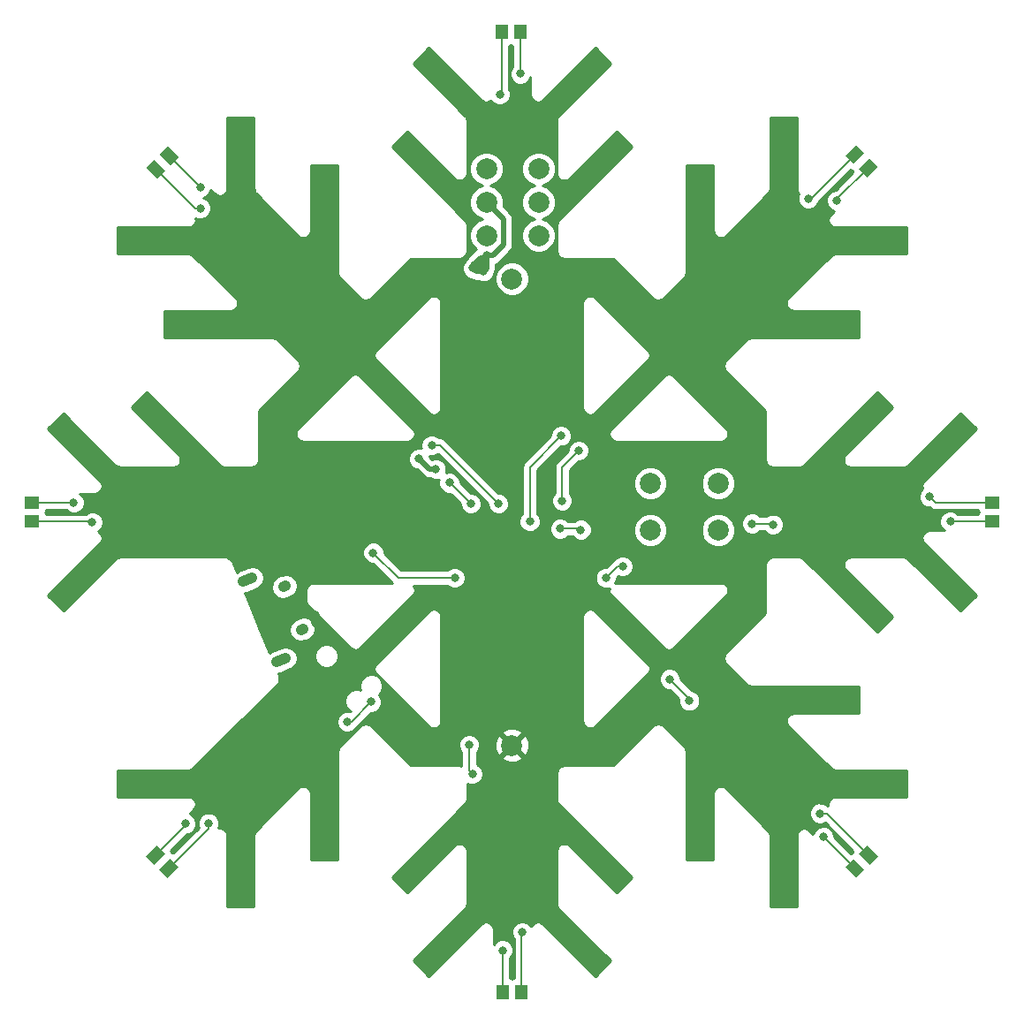
<source format=gbl>
G04 #@! TF.FileFunction,Copper,L2,Bot,Signal*
%FSLAX46Y46*%
G04 Gerber Fmt 4.6, Leading zero omitted, Abs format (unit mm)*
G04 Created by KiCad (PCBNEW 4.0.4-stable) date Monday, 07 November 2016 'AMt' 01:36:31*
%MOMM*%
%LPD*%
G01*
G04 APERTURE LIST*
%ADD10C,0.100000*%
%ADD11C,1.000000*%
%ADD12C,2.000000*%
%ADD13R,1.150000X1.450000*%
%ADD14R,1.450000X1.150000*%
%ADD15C,0.800000*%
%ADD16C,0.200000*%
%ADD17C,0.500000*%
%ADD18C,0.254000*%
G04 APERTURE END LIST*
D10*
D11*
X110014705Y-121202165D02*
X109783735Y-121297835D01*
X108311764Y-117090902D02*
X108080794Y-117186572D01*
X108289560Y-124027407D02*
X107458068Y-124371823D01*
X105094154Y-116313013D02*
X104262662Y-116657429D01*
D12*
X130000000Y-132350000D03*
X130000000Y-87650000D03*
X143250000Y-107250000D03*
X143250000Y-111750000D03*
X149750000Y-111750000D03*
X149750000Y-107250000D03*
D10*
G36*
X95969670Y-78055635D02*
X94944365Y-77030330D01*
X95757538Y-76217157D01*
X96782843Y-77242462D01*
X95969670Y-78055635D01*
X95969670Y-78055635D01*
G37*
G36*
X97242462Y-76782843D02*
X96217157Y-75757538D01*
X97030330Y-74944365D01*
X98055635Y-75969670D01*
X97242462Y-76782843D01*
X97242462Y-76782843D01*
G37*
G36*
X164030330Y-141944365D02*
X165055635Y-142969670D01*
X164242462Y-143782843D01*
X163217157Y-142757538D01*
X164030330Y-141944365D01*
X164030330Y-141944365D01*
G37*
G36*
X162757538Y-143217157D02*
X163782843Y-144242462D01*
X162969670Y-145055635D01*
X161944365Y-144030330D01*
X162757538Y-143217157D01*
X162757538Y-143217157D01*
G37*
D13*
X130900000Y-156000000D03*
X129100000Y-156000000D03*
D14*
X176000000Y-109100000D03*
X176000000Y-110900000D03*
D10*
G36*
X98055635Y-144030330D02*
X97030330Y-145055635D01*
X96217157Y-144242462D01*
X97242462Y-143217157D01*
X98055635Y-144030330D01*
X98055635Y-144030330D01*
G37*
G36*
X96782843Y-142757538D02*
X95757538Y-143782843D01*
X94944365Y-142969670D01*
X95969670Y-141944365D01*
X96782843Y-142757538D01*
X96782843Y-142757538D01*
G37*
G36*
X161944365Y-75833274D02*
X162969670Y-74807969D01*
X163782843Y-75621142D01*
X162757538Y-76646447D01*
X161944365Y-75833274D01*
X161944365Y-75833274D01*
G37*
G36*
X163217157Y-77106066D02*
X164242462Y-76080761D01*
X165055635Y-76893934D01*
X164030330Y-77919239D01*
X163217157Y-77106066D01*
X163217157Y-77106066D01*
G37*
D14*
X84000000Y-110900000D03*
X84000000Y-109100000D03*
D13*
X129000000Y-64000000D03*
X130800000Y-64000000D03*
D12*
X132550000Y-77100000D03*
X132550000Y-80300000D03*
X132550000Y-83500000D03*
X127550000Y-77100000D03*
X127550000Y-80300000D03*
X127550000Y-83500000D03*
D15*
X135430000Y-69580000D03*
X132410000Y-146210000D03*
X157120000Y-140290000D03*
X99820000Y-137130000D03*
X102890000Y-79630000D03*
X160070000Y-83020000D03*
X95370000Y-110930000D03*
X90470000Y-106490000D03*
X168790000Y-112480000D03*
X118800000Y-107300000D03*
X113700000Y-127700000D03*
X146100000Y-112375000D03*
X133800000Y-106650000D03*
X126375000Y-103575000D03*
X137175000Y-114925000D03*
X126425000Y-97650000D03*
X126975000Y-98450000D03*
X132975000Y-94900000D03*
X129825000Y-96250000D03*
X129550000Y-95325000D03*
X124600000Y-109325000D03*
X122600000Y-109325000D03*
X111200000Y-119900000D03*
X111200000Y-120600000D03*
X110500000Y-119800000D03*
X131700000Y-110900000D03*
X134700000Y-102700000D03*
X134600000Y-111600000D03*
X136600000Y-111700000D03*
X153000000Y-111100000D03*
X155000000Y-111200000D03*
X124500000Y-116300000D03*
X116700000Y-113900000D03*
X124000000Y-107200000D03*
X126050000Y-109200000D03*
X125900000Y-132300000D03*
X126200000Y-135100000D03*
X134800000Y-108900000D03*
X136400000Y-104100000D03*
X145100000Y-126000000D03*
X147000000Y-128100000D03*
X116500000Y-128200000D03*
X114200000Y-130100000D03*
X128700000Y-109200000D03*
X122300000Y-103600000D03*
X139000000Y-116300000D03*
X140600000Y-115200000D03*
X121100000Y-104900000D03*
X122700000Y-105900000D03*
X126225000Y-86625000D03*
X127275000Y-86950000D03*
X126975000Y-86050000D03*
X127575000Y-85425000D03*
X100136396Y-78863604D03*
X159863604Y-141136396D03*
X129100000Y-152000000D03*
X172000000Y-110900000D03*
X95863604Y-77136396D03*
X100130000Y-80880000D03*
X159510000Y-138880000D03*
X164136396Y-142863604D03*
X130900000Y-156000000D03*
X130980000Y-150240000D03*
X176000000Y-109100000D03*
X170010000Y-108540000D03*
X100930000Y-139820000D03*
X97136396Y-144136396D03*
X162863604Y-75727208D03*
X158390000Y-79950000D03*
X84000000Y-110900000D03*
X89780000Y-110970000D03*
X129000000Y-64000000D03*
X128820000Y-69970000D03*
X98727208Y-139863604D03*
X161136396Y-80136396D03*
X88000000Y-109100000D03*
X130800000Y-68000000D03*
D16*
X131700000Y-105700000D02*
X131700000Y-110900000D01*
X134700000Y-102700000D02*
X131700000Y-105700000D01*
X136600000Y-111700000D02*
X136500000Y-111600000D01*
X136500000Y-111600000D02*
X134600000Y-111600000D01*
X155000000Y-111200000D02*
X154900000Y-111100000D01*
X154900000Y-111100000D02*
X153000000Y-111100000D01*
X116700000Y-113900000D02*
X119100000Y-116300000D01*
X119100000Y-116300000D02*
X124500000Y-116300000D01*
X124675000Y-107825000D02*
X124050000Y-107200000D01*
X124050000Y-107200000D02*
X124000000Y-107200000D01*
X126050000Y-109200000D02*
X124675000Y-107825000D01*
X126200000Y-135100000D02*
X125900000Y-134800000D01*
X125900000Y-134800000D02*
X125900000Y-132300000D01*
X136400000Y-104100000D02*
X134800000Y-105700000D01*
X134800000Y-105700000D02*
X134800000Y-108900000D01*
X147000000Y-128100000D02*
X147000000Y-127900000D01*
X147000000Y-127900000D02*
X145100000Y-126000000D01*
X114200000Y-130100000D02*
X114600000Y-130100000D01*
X114600000Y-130100000D02*
X116500000Y-128200000D01*
X122300000Y-103600000D02*
X123100000Y-103600000D01*
X123100000Y-103600000D02*
X128700000Y-109200000D01*
X140600000Y-115200000D02*
X140100000Y-115200000D01*
X140100000Y-115200000D02*
X139000000Y-116300000D01*
D17*
X122700000Y-105900000D02*
X122100000Y-105900000D01*
X122100000Y-105900000D02*
X121100000Y-104900000D01*
X129200000Y-84400000D02*
X129200000Y-81950000D01*
X129200000Y-81950000D02*
X127550000Y-80300000D01*
X128175000Y-85425000D02*
X129200000Y-84400000D01*
X127575000Y-85425000D02*
X128175000Y-85425000D01*
X126975000Y-85625000D02*
X127375000Y-85625000D01*
X127375000Y-85625000D02*
X127575000Y-85425000D01*
X126225000Y-86625000D02*
X126225000Y-86375000D01*
X126225000Y-86375000D02*
X126975000Y-85625000D01*
X126975000Y-86050000D02*
X126975000Y-85625000D01*
X126975000Y-86050000D02*
X127575000Y-86650000D01*
X127575000Y-85425000D02*
X127575000Y-86350000D01*
X127575000Y-86350000D02*
X127575000Y-86650000D01*
X126975000Y-86050000D02*
X127275000Y-86050000D01*
X127275000Y-86050000D02*
X127575000Y-86350000D01*
X127575000Y-86650000D02*
X127275000Y-86950000D01*
X127275000Y-86950000D02*
X126550000Y-86950000D01*
X126550000Y-86950000D02*
X126225000Y-86625000D01*
X126225000Y-86625000D02*
X126950000Y-86625000D01*
X126950000Y-86625000D02*
X127275000Y-86950000D01*
X126975000Y-86050000D02*
X126800000Y-86050000D01*
X126800000Y-86050000D02*
X126225000Y-86625000D01*
X126975000Y-86050000D02*
X126975000Y-86650000D01*
X126975000Y-86650000D02*
X127275000Y-86950000D01*
X127575000Y-85425000D02*
X127575000Y-85450000D01*
X127575000Y-85450000D02*
X126975000Y-86050000D01*
D16*
X100136396Y-78863604D02*
X97136396Y-75863604D01*
X159863604Y-141136396D02*
X162863604Y-144136396D01*
X129100000Y-152000000D02*
X129100000Y-156000000D01*
X172000000Y-110900000D02*
X176000000Y-110900000D01*
X100130000Y-80880000D02*
X99607208Y-80880000D01*
X99607208Y-80880000D02*
X95863604Y-77136396D01*
X159510000Y-138880000D02*
X160152792Y-138880000D01*
X160152792Y-138880000D02*
X164136396Y-142863604D01*
X130980000Y-150240000D02*
X130900000Y-150320000D01*
X130900000Y-150320000D02*
X130900000Y-156000000D01*
X170010000Y-108540000D02*
X170570000Y-109100000D01*
X170570000Y-109100000D02*
X176000000Y-109100000D01*
X100930000Y-139820000D02*
X100930000Y-140342792D01*
X100930000Y-140342792D02*
X97136396Y-144136396D01*
X97136396Y-144073604D02*
X97136396Y-144136396D01*
X158390000Y-79950000D02*
X158640812Y-79950000D01*
X158640812Y-79950000D02*
X162863604Y-75727208D01*
X89780000Y-110970000D02*
X89710000Y-110900000D01*
X89710000Y-110900000D02*
X84000000Y-110900000D01*
X128820000Y-69970000D02*
X129000000Y-69790000D01*
X129000000Y-69790000D02*
X129000000Y-64000000D01*
X98727208Y-139863604D02*
X98727208Y-140000000D01*
X98727208Y-140000000D02*
X95863604Y-142863604D01*
X161136396Y-80136396D02*
X161136396Y-80000000D01*
X161136396Y-80000000D02*
X164136396Y-77000000D01*
X88000000Y-109100000D02*
X84000000Y-109100000D01*
X130800000Y-68000000D02*
X130800000Y-64000000D01*
D18*
G36*
X129976283Y-65313917D02*
X130073000Y-65333503D01*
X130073000Y-67274601D01*
X129929860Y-67417492D01*
X129773179Y-67794821D01*
X129772822Y-68203387D01*
X129928844Y-68580989D01*
X130217492Y-68870140D01*
X130594821Y-69026821D01*
X131003387Y-69027178D01*
X131380989Y-68871156D01*
X131670140Y-68582508D01*
X131773000Y-68334794D01*
X131773000Y-69999995D01*
X131772999Y-70000000D01*
X131819158Y-70232052D01*
X131828340Y-70278211D01*
X131985933Y-70514067D01*
X132221789Y-70671660D01*
X132267948Y-70680842D01*
X132500000Y-70727001D01*
X132732052Y-70680842D01*
X132778211Y-70671660D01*
X133014067Y-70514067D01*
X138000000Y-65528134D01*
X139471866Y-67000000D01*
X134485933Y-71985933D01*
X134328340Y-72221789D01*
X134319158Y-72267948D01*
X134272999Y-72500000D01*
X134273000Y-72500005D01*
X134273000Y-77499995D01*
X134272999Y-77500000D01*
X134311689Y-77694503D01*
X134328340Y-77778211D01*
X134485933Y-78014067D01*
X134721789Y-78171660D01*
X134767948Y-78180842D01*
X135000000Y-78227001D01*
X135232052Y-78180842D01*
X135278211Y-78171660D01*
X135514067Y-78014067D01*
X140000000Y-73528134D01*
X141471866Y-75000000D01*
X134485933Y-81985933D01*
X134328340Y-82221789D01*
X134328340Y-82221790D01*
X134272999Y-82500000D01*
X134273000Y-82500005D01*
X134273000Y-85000000D01*
X134328340Y-85278211D01*
X134485933Y-85514067D01*
X134721789Y-85671660D01*
X135000000Y-85727000D01*
X139698866Y-85727000D01*
X143485931Y-89514064D01*
X143485933Y-89514067D01*
X143627319Y-89608537D01*
X143721789Y-89671660D01*
X143767948Y-89680842D01*
X144000000Y-89727001D01*
X144278210Y-89671660D01*
X144514067Y-89514067D01*
X146514067Y-87514067D01*
X146671660Y-87278211D01*
X146727000Y-87000000D01*
X146727000Y-76727000D01*
X149273000Y-76727000D01*
X149273000Y-82999995D01*
X149272999Y-83000000D01*
X149318154Y-83227001D01*
X149328340Y-83278211D01*
X149485933Y-83514067D01*
X149721789Y-83671660D01*
X149767948Y-83680842D01*
X150000000Y-83727001D01*
X150232052Y-83680842D01*
X150278211Y-83671660D01*
X150514067Y-83514067D01*
X150514068Y-83514066D01*
X154514064Y-79514069D01*
X154514067Y-79514067D01*
X154671660Y-79278211D01*
X154727000Y-79000000D01*
X154727000Y-72227000D01*
X157273000Y-72227000D01*
X157273000Y-78999995D01*
X157272999Y-79000000D01*
X157301209Y-79141815D01*
X157328340Y-79278211D01*
X157469320Y-79489204D01*
X157363179Y-79744821D01*
X157362822Y-80153387D01*
X157518844Y-80530989D01*
X157807492Y-80820140D01*
X158184821Y-80976821D01*
X158593387Y-80977178D01*
X158970989Y-80821156D01*
X159260140Y-80532508D01*
X159383485Y-80235461D01*
X162433201Y-77185744D01*
X162500709Y-77231871D01*
X162607633Y-77255066D01*
X162624861Y-77346623D01*
X162679401Y-77428862D01*
X160998986Y-79109276D01*
X160933009Y-79109218D01*
X160555407Y-79265240D01*
X160266256Y-79553888D01*
X160109575Y-79931217D01*
X160109218Y-80339783D01*
X160265240Y-80717385D01*
X160553888Y-81006536D01*
X160844611Y-81127255D01*
X160485933Y-81485933D01*
X160328340Y-81721789D01*
X160319158Y-81767948D01*
X160272999Y-82000000D01*
X160296848Y-82119892D01*
X160328340Y-82278211D01*
X160485933Y-82514067D01*
X160721789Y-82671660D01*
X160767948Y-82680842D01*
X161000000Y-82727001D01*
X161000005Y-82727000D01*
X167773000Y-82727000D01*
X167773000Y-85273000D01*
X161000000Y-85273000D01*
X160721789Y-85328340D01*
X160485933Y-85485933D01*
X160485931Y-85485936D01*
X156485933Y-89485933D01*
X156328340Y-89721789D01*
X156327303Y-89727001D01*
X156272999Y-90000000D01*
X156319158Y-90232052D01*
X156328340Y-90278211D01*
X156485933Y-90514067D01*
X156721789Y-90671660D01*
X156767948Y-90680842D01*
X157000000Y-90727001D01*
X157000005Y-90727000D01*
X163273000Y-90727000D01*
X163273000Y-93273000D01*
X153000000Y-93273000D01*
X152721789Y-93328340D01*
X152485933Y-93485933D01*
X150485933Y-95485933D01*
X150328340Y-95721790D01*
X150272999Y-96000000D01*
X150328340Y-96278210D01*
X150485933Y-96514067D01*
X154273000Y-100301133D01*
X154273000Y-105000000D01*
X154328340Y-105278211D01*
X154485933Y-105514067D01*
X154721789Y-105671660D01*
X155000000Y-105727000D01*
X157499995Y-105727000D01*
X157500000Y-105727001D01*
X157732052Y-105680842D01*
X157778211Y-105671660D01*
X158014067Y-105514067D01*
X165000000Y-98528134D01*
X166471866Y-100000000D01*
X161985933Y-104485933D01*
X161828340Y-104721789D01*
X161828340Y-104721790D01*
X161772999Y-105000000D01*
X161819158Y-105232052D01*
X161828340Y-105278211D01*
X161985933Y-105514067D01*
X162221789Y-105671660D01*
X162267948Y-105680842D01*
X162500000Y-105727001D01*
X162500005Y-105727000D01*
X167499995Y-105727000D01*
X167500000Y-105727001D01*
X167732052Y-105680842D01*
X167778211Y-105671660D01*
X168014067Y-105514067D01*
X173000000Y-100528134D01*
X174471866Y-102000000D01*
X169485933Y-106985933D01*
X169328340Y-107221789D01*
X169328340Y-107221790D01*
X169272999Y-107500000D01*
X169287928Y-107575050D01*
X169326868Y-107770810D01*
X169139860Y-107957492D01*
X168983179Y-108334821D01*
X168982822Y-108743387D01*
X169138844Y-109120989D01*
X169427492Y-109410140D01*
X169804821Y-109566821D01*
X170008866Y-109566999D01*
X170055931Y-109614064D01*
X170055933Y-109614067D01*
X170213527Y-109719367D01*
X170291790Y-109771661D01*
X170570000Y-109827001D01*
X170570005Y-109827000D01*
X174664318Y-109827000D01*
X174679437Y-109907352D01*
X174738643Y-109999360D01*
X174686083Y-110076283D01*
X174666497Y-110173000D01*
X172725399Y-110173000D01*
X172582508Y-110029860D01*
X172205179Y-109873179D01*
X171796613Y-109872822D01*
X171419011Y-110028844D01*
X171129860Y-110317492D01*
X170973179Y-110694821D01*
X170972822Y-111103387D01*
X171128844Y-111480989D01*
X171417492Y-111770140D01*
X171424380Y-111773000D01*
X170000005Y-111773000D01*
X170000000Y-111772999D01*
X169767948Y-111819158D01*
X169721789Y-111828340D01*
X169485933Y-111985933D01*
X169328340Y-112221789D01*
X169328340Y-112221790D01*
X169272999Y-112500000D01*
X169298226Y-112626821D01*
X169328340Y-112778211D01*
X169485932Y-113014066D01*
X174471866Y-118000000D01*
X173000000Y-119471866D01*
X168014067Y-114485933D01*
X167906511Y-114414067D01*
X167778211Y-114328340D01*
X167732052Y-114319158D01*
X167500000Y-114272999D01*
X167499995Y-114273000D01*
X162500005Y-114273000D01*
X162500000Y-114272999D01*
X162267948Y-114319158D01*
X162221789Y-114328340D01*
X161985933Y-114485933D01*
X161828340Y-114721789D01*
X161828340Y-114721790D01*
X161772999Y-115000000D01*
X161807649Y-115174190D01*
X161828340Y-115278211D01*
X161913177Y-115405179D01*
X161985933Y-115514067D01*
X166471866Y-120000000D01*
X165000000Y-121471866D01*
X158014067Y-114485933D01*
X157906511Y-114414067D01*
X157778211Y-114328340D01*
X157732052Y-114319158D01*
X157500000Y-114272999D01*
X157499995Y-114273000D01*
X155000000Y-114273000D01*
X154721789Y-114328340D01*
X154485933Y-114485933D01*
X154328340Y-114721789D01*
X154273000Y-115000000D01*
X154273000Y-119698867D01*
X150485933Y-123485933D01*
X150328340Y-123721790D01*
X150272999Y-124000000D01*
X150328340Y-124278210D01*
X150485933Y-124514067D01*
X152485933Y-126514067D01*
X152721789Y-126671660D01*
X153000000Y-126727000D01*
X163273000Y-126727000D01*
X163273000Y-129273000D01*
X157000005Y-129273000D01*
X157000000Y-129272999D01*
X156767948Y-129319158D01*
X156721789Y-129328340D01*
X156485933Y-129485933D01*
X156328340Y-129721789D01*
X156328340Y-129721790D01*
X156272999Y-130000000D01*
X156292891Y-130100000D01*
X156328340Y-130278211D01*
X156467135Y-130485933D01*
X156485933Y-130514067D01*
X160485931Y-134514064D01*
X160485933Y-134514067D01*
X160721789Y-134671660D01*
X161000000Y-134727000D01*
X167773000Y-134727000D01*
X167773000Y-137273000D01*
X161000005Y-137273000D01*
X161000000Y-137272999D01*
X160767948Y-137319158D01*
X160721789Y-137328340D01*
X160485933Y-137485933D01*
X160328340Y-137721789D01*
X160328340Y-137721790D01*
X160272999Y-138000000D01*
X160309639Y-138184199D01*
X160255866Y-138173502D01*
X160092508Y-138009860D01*
X159715179Y-137853179D01*
X159306613Y-137852822D01*
X158929011Y-138008844D01*
X158639860Y-138297492D01*
X158483179Y-138674821D01*
X158482822Y-139083387D01*
X158638844Y-139460989D01*
X158927492Y-139750140D01*
X159304821Y-139906821D01*
X159713387Y-139907178D01*
X160023642Y-139778983D01*
X162677860Y-142433201D01*
X162631733Y-142500709D01*
X162608538Y-142607633D01*
X162516981Y-142624861D01*
X162434742Y-142679401D01*
X160890605Y-141135263D01*
X160890782Y-140933009D01*
X160734760Y-140555407D01*
X160446112Y-140266256D01*
X160068783Y-140109575D01*
X159660217Y-140109218D01*
X159282615Y-140265240D01*
X158993464Y-140553888D01*
X158872745Y-140844611D01*
X158514067Y-140485933D01*
X158399519Y-140409395D01*
X158278211Y-140328340D01*
X158232052Y-140319158D01*
X158000000Y-140272999D01*
X157767948Y-140319158D01*
X157721789Y-140328340D01*
X157485933Y-140485933D01*
X157328340Y-140721789D01*
X157325962Y-140733744D01*
X157272999Y-141000000D01*
X157273000Y-141000005D01*
X157273000Y-147773000D01*
X154727000Y-147773000D01*
X154727000Y-141000000D01*
X154671660Y-140721789D01*
X154514067Y-140485933D01*
X154514064Y-140485931D01*
X150514067Y-136485933D01*
X150278211Y-136328340D01*
X150232052Y-136319158D01*
X150000000Y-136272999D01*
X149767948Y-136319158D01*
X149721789Y-136328340D01*
X149485933Y-136485933D01*
X149328340Y-136721789D01*
X149328340Y-136721790D01*
X149272999Y-137000000D01*
X149273000Y-137000005D01*
X149273000Y-143273000D01*
X146727000Y-143273000D01*
X146727000Y-133000000D01*
X146671660Y-132721789D01*
X146514067Y-132485933D01*
X144514067Y-130485933D01*
X144278210Y-130328340D01*
X144000000Y-130272999D01*
X143767948Y-130319158D01*
X143721789Y-130328340D01*
X143647152Y-130378211D01*
X143485933Y-130485933D01*
X143485931Y-130485936D01*
X139698866Y-134273000D01*
X135000000Y-134273000D01*
X134721789Y-134328340D01*
X134485933Y-134485933D01*
X134328340Y-134721789D01*
X134273000Y-135000000D01*
X134273000Y-137499995D01*
X134272999Y-137500000D01*
X134317117Y-137721789D01*
X134328340Y-137778211D01*
X134378432Y-137853179D01*
X134485933Y-138014067D01*
X141471866Y-145000000D01*
X140000000Y-146471866D01*
X135514067Y-141985933D01*
X135278211Y-141828340D01*
X135232052Y-141819158D01*
X135000000Y-141772999D01*
X134767948Y-141819158D01*
X134721789Y-141828340D01*
X134485933Y-141985933D01*
X134328340Y-142221789D01*
X134328340Y-142221790D01*
X134272999Y-142500000D01*
X134273000Y-142500005D01*
X134273000Y-147499995D01*
X134272999Y-147500000D01*
X134319158Y-147732052D01*
X134328340Y-147778211D01*
X134361835Y-147828340D01*
X134485933Y-148014067D01*
X139471866Y-153000000D01*
X138000000Y-154471866D01*
X133014067Y-149485933D01*
X132840350Y-149369860D01*
X132778211Y-149328340D01*
X132732052Y-149319158D01*
X132500000Y-149272999D01*
X132267948Y-149319158D01*
X132221789Y-149328340D01*
X131985933Y-149485933D01*
X131858466Y-149676702D01*
X131851156Y-149659011D01*
X131562508Y-149369860D01*
X131185179Y-149213179D01*
X130776613Y-149212822D01*
X130399011Y-149368844D01*
X130109860Y-149657492D01*
X129953179Y-150034821D01*
X129952822Y-150443387D01*
X130108844Y-150820989D01*
X130173000Y-150885257D01*
X130173000Y-154664318D01*
X130092648Y-154679437D01*
X130000640Y-154738643D01*
X129923717Y-154686083D01*
X129827000Y-154666497D01*
X129827000Y-152725399D01*
X129970140Y-152582508D01*
X130126821Y-152205179D01*
X130127178Y-151796613D01*
X129971156Y-151419011D01*
X129682508Y-151129860D01*
X129305179Y-150973179D01*
X128896613Y-150972822D01*
X128519011Y-151128844D01*
X128229860Y-151417492D01*
X128227000Y-151424380D01*
X128227000Y-150000005D01*
X128227001Y-150000000D01*
X128171661Y-149721789D01*
X128014067Y-149485933D01*
X127778211Y-149328339D01*
X127500000Y-149272999D01*
X127221790Y-149328339D01*
X127143527Y-149380633D01*
X126985933Y-149485933D01*
X126985931Y-149485936D01*
X122000000Y-154471866D01*
X120528134Y-153000000D01*
X125514064Y-148014069D01*
X125514067Y-148014067D01*
X125671660Y-147778211D01*
X125671661Y-147778210D01*
X125727001Y-147500000D01*
X125727000Y-147499995D01*
X125727000Y-142500005D01*
X125727001Y-142500000D01*
X125671660Y-142221789D01*
X125514067Y-141985933D01*
X125278211Y-141828340D01*
X125000000Y-141772999D01*
X124767948Y-141819158D01*
X124721789Y-141828340D01*
X124485933Y-141985933D01*
X124485931Y-141985936D01*
X120000000Y-146471866D01*
X118528134Y-145000000D01*
X125514064Y-138014069D01*
X125514067Y-138014067D01*
X125671660Y-137778211D01*
X125682883Y-137721789D01*
X125727001Y-137500000D01*
X125727000Y-137499995D01*
X125727000Y-136015612D01*
X125994821Y-136126821D01*
X126403387Y-136127178D01*
X126780989Y-135971156D01*
X127070140Y-135682508D01*
X127226821Y-135305179D01*
X127227178Y-134896613D01*
X127071156Y-134519011D01*
X126782508Y-134229860D01*
X126627000Y-134165287D01*
X126627000Y-133502532D01*
X129027073Y-133502532D01*
X129125736Y-133769387D01*
X129735461Y-133995908D01*
X130385460Y-133971856D01*
X130874264Y-133769387D01*
X130972927Y-133502532D01*
X130000000Y-132529605D01*
X129027073Y-133502532D01*
X126627000Y-133502532D01*
X126627000Y-133025399D01*
X126770140Y-132882508D01*
X126926821Y-132505179D01*
X126927178Y-132096613D01*
X126922571Y-132085461D01*
X128354092Y-132085461D01*
X128378144Y-132735460D01*
X128580613Y-133224264D01*
X128847468Y-133322927D01*
X129820395Y-132350000D01*
X130179605Y-132350000D01*
X131152532Y-133322927D01*
X131419387Y-133224264D01*
X131645908Y-132614539D01*
X131621856Y-131964540D01*
X131419387Y-131475736D01*
X131152532Y-131377073D01*
X130179605Y-132350000D01*
X129820395Y-132350000D01*
X128847468Y-131377073D01*
X128580613Y-131475736D01*
X128354092Y-132085461D01*
X126922571Y-132085461D01*
X126771156Y-131719011D01*
X126482508Y-131429860D01*
X126105179Y-131273179D01*
X125696613Y-131272822D01*
X125319011Y-131428844D01*
X125029860Y-131717492D01*
X124873179Y-132094821D01*
X124872822Y-132503387D01*
X125028844Y-132880989D01*
X125173000Y-133025396D01*
X125173000Y-134307412D01*
X125000000Y-134273000D01*
X120301133Y-134273000D01*
X117225602Y-131197468D01*
X129027073Y-131197468D01*
X130000000Y-132170395D01*
X130972927Y-131197468D01*
X130874264Y-130930613D01*
X130264539Y-130704092D01*
X129614540Y-130728144D01*
X129125736Y-130930613D01*
X129027073Y-131197468D01*
X117225602Y-131197468D01*
X116514067Y-130485933D01*
X116278210Y-130328340D01*
X116000000Y-130272999D01*
X115767948Y-130319158D01*
X115721789Y-130328340D01*
X115485933Y-130485933D01*
X113485933Y-132485933D01*
X113328340Y-132721789D01*
X113328340Y-132721790D01*
X113272999Y-133000000D01*
X113273000Y-133000005D01*
X113273000Y-143273000D01*
X110727000Y-143273000D01*
X110727000Y-137000000D01*
X110671660Y-136721789D01*
X110514067Y-136485933D01*
X110278211Y-136328340D01*
X110000000Y-136273000D01*
X109721789Y-136328340D01*
X109485933Y-136485933D01*
X109485931Y-136485936D01*
X105485933Y-140485933D01*
X105328340Y-140721789D01*
X105325962Y-140733744D01*
X105272999Y-141000000D01*
X105273000Y-141000005D01*
X105273000Y-147773000D01*
X102727000Y-147773000D01*
X102727000Y-141000005D01*
X102727001Y-141000000D01*
X102671660Y-140721789D01*
X102514067Y-140485933D01*
X102278211Y-140328340D01*
X102000000Y-140272999D01*
X101840764Y-140304674D01*
X101956821Y-140025179D01*
X101957178Y-139616613D01*
X101801156Y-139239011D01*
X101512508Y-138949860D01*
X101135179Y-138793179D01*
X100726613Y-138792822D01*
X100349011Y-138948844D01*
X100059860Y-139237492D01*
X99903179Y-139614821D01*
X99902822Y-140023387D01*
X99995931Y-140248728D01*
X97566799Y-142677859D01*
X97499291Y-142631733D01*
X97392367Y-142608538D01*
X97375139Y-142516981D01*
X97320599Y-142434743D01*
X98864617Y-140890724D01*
X98930595Y-140890782D01*
X99308197Y-140734760D01*
X99597348Y-140446112D01*
X99754029Y-140068783D01*
X99754386Y-139660217D01*
X99598364Y-139282615D01*
X99309716Y-138993464D01*
X99115369Y-138912764D01*
X99514064Y-138514069D01*
X99514067Y-138514067D01*
X99671660Y-138278211D01*
X99685558Y-138208340D01*
X99727001Y-138000000D01*
X99671660Y-137721789D01*
X99514067Y-137485933D01*
X99278211Y-137328340D01*
X99000000Y-137272999D01*
X98999995Y-137273000D01*
X92227000Y-137273000D01*
X92227000Y-134727000D01*
X98999995Y-134727000D01*
X99000000Y-134727001D01*
X99232052Y-134680842D01*
X99278211Y-134671660D01*
X99514067Y-134514067D01*
X99514068Y-134514066D01*
X103724746Y-130303387D01*
X113172822Y-130303387D01*
X113328844Y-130680989D01*
X113617492Y-130970140D01*
X113994821Y-131126821D01*
X114403387Y-131127178D01*
X114780989Y-130971156D01*
X115070140Y-130682508D01*
X115092604Y-130628408D01*
X115114067Y-130614067D01*
X116501132Y-129227001D01*
X116703387Y-129227178D01*
X117080989Y-129071156D01*
X117370140Y-128782508D01*
X117526821Y-128405179D01*
X117527178Y-127996613D01*
X117371156Y-127619011D01*
X117269088Y-127516765D01*
X117465803Y-127320394D01*
X117637740Y-126906324D01*
X117638131Y-126457975D01*
X117466917Y-126043606D01*
X117150164Y-125726299D01*
X116736094Y-125554362D01*
X116287745Y-125553971D01*
X115873376Y-125725185D01*
X115556069Y-126041938D01*
X115384132Y-126456008D01*
X115383741Y-126904357D01*
X115444555Y-127051538D01*
X115299253Y-126991203D01*
X114850904Y-126990812D01*
X114436535Y-127162026D01*
X114119228Y-127478779D01*
X113947291Y-127892849D01*
X113946900Y-128341198D01*
X114118114Y-128755567D01*
X114434867Y-129072874D01*
X114550837Y-129121029D01*
X114541911Y-129129955D01*
X114405179Y-129073179D01*
X113996613Y-129072822D01*
X113619011Y-129228844D01*
X113329860Y-129517492D01*
X113173179Y-129894821D01*
X113172822Y-130303387D01*
X103724746Y-130303387D01*
X107514066Y-126514067D01*
X107591945Y-126397513D01*
X107670436Y-126281150D01*
X107670760Y-126279558D01*
X107671660Y-126278211D01*
X107699002Y-126140757D01*
X107726993Y-126003185D01*
X107726683Y-126001592D01*
X107727000Y-126000000D01*
X107699652Y-125862516D01*
X107672873Y-125724734D01*
X107573570Y-125481994D01*
X107860810Y-125424858D01*
X108749388Y-125056796D01*
X108834389Y-125000000D01*
X116772999Y-125000000D01*
X116828340Y-125278210D01*
X116985933Y-125514067D01*
X121985931Y-130514064D01*
X121985933Y-130514067D01*
X122221789Y-130671660D01*
X122267948Y-130680842D01*
X122500000Y-130727001D01*
X122778211Y-130671660D01*
X123014067Y-130514067D01*
X123171660Y-130278211D01*
X123227001Y-130000000D01*
X123227000Y-129999995D01*
X123227000Y-120000005D01*
X123227001Y-120000000D01*
X136772999Y-120000000D01*
X136773000Y-120000005D01*
X136773000Y-129999995D01*
X136772999Y-130000000D01*
X136792891Y-130100000D01*
X136828340Y-130278211D01*
X136985933Y-130514067D01*
X137221789Y-130671660D01*
X137267948Y-130680842D01*
X137500000Y-130727001D01*
X137732052Y-130680842D01*
X137778211Y-130671660D01*
X138014067Y-130514067D01*
X142324746Y-126203387D01*
X144072822Y-126203387D01*
X144228844Y-126580989D01*
X144517492Y-126870140D01*
X144894821Y-127026821D01*
X145098866Y-127026999D01*
X145973173Y-127901307D01*
X145972822Y-128303387D01*
X146128844Y-128680989D01*
X146417492Y-128970140D01*
X146794821Y-129126821D01*
X147203387Y-129127178D01*
X147580989Y-128971156D01*
X147870140Y-128682508D01*
X148026821Y-128305179D01*
X148027178Y-127896613D01*
X147871156Y-127519011D01*
X147582508Y-127229860D01*
X147205179Y-127073179D01*
X147201309Y-127073176D01*
X146127001Y-125998868D01*
X146127178Y-125796613D01*
X145971156Y-125419011D01*
X145682508Y-125129860D01*
X145305179Y-124973179D01*
X144896613Y-124972822D01*
X144519011Y-125128844D01*
X144229860Y-125417492D01*
X144073179Y-125794821D01*
X144072822Y-126203387D01*
X142324746Y-126203387D01*
X143014064Y-125514069D01*
X143014067Y-125514067D01*
X143171660Y-125278211D01*
X143227001Y-125000000D01*
X143221595Y-124972822D01*
X143171660Y-124721789D01*
X143014067Y-124485933D01*
X143014064Y-124485931D01*
X138014067Y-119485933D01*
X137778211Y-119328340D01*
X137732052Y-119319158D01*
X137500000Y-119272999D01*
X137267948Y-119319158D01*
X137221789Y-119328340D01*
X136985933Y-119485933D01*
X136828340Y-119721789D01*
X136828340Y-119721790D01*
X136772999Y-120000000D01*
X123227001Y-120000000D01*
X123171660Y-119721789D01*
X123014067Y-119485933D01*
X122778211Y-119328340D01*
X122500000Y-119272999D01*
X122267948Y-119319158D01*
X122221789Y-119328340D01*
X121985933Y-119485933D01*
X121985931Y-119485936D01*
X116985933Y-124485933D01*
X116828340Y-124721790D01*
X116772999Y-125000000D01*
X108834389Y-125000000D01*
X109115013Y-124812493D01*
X109359315Y-124446867D01*
X109442100Y-124030675D01*
X111073218Y-124030675D01*
X111244432Y-124445044D01*
X111561185Y-124762351D01*
X111975255Y-124934288D01*
X112423604Y-124934679D01*
X112837973Y-124763465D01*
X113155280Y-124446712D01*
X113327217Y-124032642D01*
X113327608Y-123584293D01*
X113156394Y-123169924D01*
X112839641Y-122852617D01*
X112425571Y-122680680D01*
X111977222Y-122680289D01*
X111562853Y-122851503D01*
X111245546Y-123168256D01*
X111073609Y-123582326D01*
X111073218Y-124030675D01*
X109442100Y-124030675D01*
X109445102Y-124015583D01*
X109359315Y-123584299D01*
X109115011Y-123218674D01*
X108749386Y-122974372D01*
X108318102Y-122888584D01*
X107886818Y-122974372D01*
X106998240Y-123342434D01*
X106762684Y-123499828D01*
X105865709Y-121307222D01*
X108634074Y-121307222D01*
X108719862Y-121738507D01*
X108964165Y-122104131D01*
X109329790Y-122348434D01*
X109761074Y-122434222D01*
X110192359Y-122348434D01*
X110468650Y-122233990D01*
X110834275Y-121989687D01*
X111078578Y-121624062D01*
X111164365Y-121192778D01*
X111078578Y-120761494D01*
X110834275Y-120395869D01*
X110468649Y-120151566D01*
X110037365Y-120065778D01*
X109606081Y-120151566D01*
X109329789Y-120266010D01*
X108964165Y-120510313D01*
X108719862Y-120875938D01*
X108634074Y-121307222D01*
X105865709Y-121307222D01*
X104717300Y-118500000D01*
X110272999Y-118500000D01*
X110318154Y-118727001D01*
X110328340Y-118778211D01*
X110485933Y-119014067D01*
X114485931Y-123014064D01*
X114485933Y-123014067D01*
X114627319Y-123108537D01*
X114721789Y-123171660D01*
X114767948Y-123180842D01*
X115000000Y-123227001D01*
X115278210Y-123171660D01*
X115514067Y-123014067D01*
X120514064Y-118014069D01*
X120514067Y-118014067D01*
X120671660Y-117778211D01*
X120685136Y-117710464D01*
X120727001Y-117500000D01*
X120671660Y-117221789D01*
X120541507Y-117027000D01*
X123774601Y-117027000D01*
X123917492Y-117170140D01*
X124294821Y-117326821D01*
X124703387Y-117327178D01*
X125080989Y-117171156D01*
X125370140Y-116882508D01*
X125526821Y-116505179D01*
X125526822Y-116503387D01*
X137972822Y-116503387D01*
X138128844Y-116880989D01*
X138417492Y-117170140D01*
X138794821Y-117326821D01*
X139203387Y-117327178D01*
X139316689Y-117280363D01*
X139272999Y-117500000D01*
X139314864Y-117710464D01*
X139328340Y-117778211D01*
X139340395Y-117796252D01*
X139485933Y-118014067D01*
X144485931Y-123014064D01*
X144485933Y-123014067D01*
X144721790Y-123171660D01*
X145000000Y-123227001D01*
X145278211Y-123171660D01*
X145514067Y-123014067D01*
X145514068Y-123014066D01*
X150514064Y-118014069D01*
X150514067Y-118014067D01*
X150671660Y-117778211D01*
X150685136Y-117710464D01*
X150727001Y-117500000D01*
X150671660Y-117221789D01*
X150514067Y-116985933D01*
X150278211Y-116828340D01*
X150000000Y-116772999D01*
X149999995Y-116773000D01*
X140000005Y-116773000D01*
X140000000Y-116772999D01*
X139908014Y-116791297D01*
X140026821Y-116505179D01*
X140026999Y-116301135D01*
X140187430Y-116140704D01*
X140394821Y-116226821D01*
X140803387Y-116227178D01*
X141180989Y-116071156D01*
X141470140Y-115782508D01*
X141626821Y-115405179D01*
X141627178Y-114996613D01*
X141471156Y-114619011D01*
X141182508Y-114329860D01*
X140805179Y-114173179D01*
X140396613Y-114172822D01*
X140019011Y-114328844D01*
X139813861Y-114533638D01*
X139585933Y-114685933D01*
X138998867Y-115272999D01*
X138796613Y-115272822D01*
X138419011Y-115428844D01*
X138129860Y-115717492D01*
X137973179Y-116094821D01*
X137972822Y-116503387D01*
X125526822Y-116503387D01*
X125527178Y-116096613D01*
X125371156Y-115719011D01*
X125082508Y-115429860D01*
X124705179Y-115273179D01*
X124296613Y-115272822D01*
X123919011Y-115428844D01*
X123774604Y-115573000D01*
X119401133Y-115573000D01*
X117727001Y-113898867D01*
X117727178Y-113696613D01*
X117571156Y-113319011D01*
X117282508Y-113029860D01*
X116905179Y-112873179D01*
X116496613Y-112872822D01*
X116119011Y-113028844D01*
X115829860Y-113317492D01*
X115673179Y-113694821D01*
X115672822Y-114103387D01*
X115828844Y-114480989D01*
X116117492Y-114770140D01*
X116494821Y-114926821D01*
X116698866Y-114926999D01*
X118544867Y-116773000D01*
X111000000Y-116773000D01*
X110721789Y-116828340D01*
X110485933Y-116985933D01*
X110328340Y-117221789D01*
X110273000Y-117500000D01*
X110273000Y-118499995D01*
X110272999Y-118500000D01*
X104717300Y-118500000D01*
X104414708Y-117760331D01*
X104665404Y-117710464D01*
X105553982Y-117342402D01*
X105773149Y-117195959D01*
X106931133Y-117195959D01*
X107016921Y-117627244D01*
X107261224Y-117992868D01*
X107626849Y-118237171D01*
X108058133Y-118322959D01*
X108489418Y-118237171D01*
X108765709Y-118122727D01*
X109131334Y-117878424D01*
X109375637Y-117512799D01*
X109461424Y-117081515D01*
X109375637Y-116650231D01*
X109131334Y-116284606D01*
X108765708Y-116040303D01*
X108334424Y-115954515D01*
X107903140Y-116040303D01*
X107626848Y-116154747D01*
X107261224Y-116399050D01*
X107016921Y-116764675D01*
X106931133Y-117195959D01*
X105773149Y-117195959D01*
X105919607Y-117098099D01*
X106163909Y-116732473D01*
X106249696Y-116301189D01*
X106163909Y-115869905D01*
X105919605Y-115504280D01*
X105553980Y-115259978D01*
X105122696Y-115174190D01*
X104691412Y-115259978D01*
X103802834Y-115628040D01*
X103598313Y-115764697D01*
X103172873Y-114724734D01*
X103171976Y-114723379D01*
X103171660Y-114721789D01*
X103093710Y-114605127D01*
X103016313Y-114488190D01*
X103014970Y-114487284D01*
X103014067Y-114485933D01*
X102897434Y-114408001D01*
X102781150Y-114329564D01*
X102779558Y-114329240D01*
X102778211Y-114328340D01*
X102640757Y-114300998D01*
X102503185Y-114273007D01*
X102501592Y-114273317D01*
X102500000Y-114273000D01*
X92500005Y-114273000D01*
X92500000Y-114272999D01*
X92221790Y-114328339D01*
X92219957Y-114329564D01*
X91985933Y-114485933D01*
X91985931Y-114485936D01*
X87000000Y-119471866D01*
X85528134Y-118000000D01*
X90514064Y-113014069D01*
X90514067Y-113014067D01*
X90671660Y-112778211D01*
X90671661Y-112778210D01*
X90727001Y-112500000D01*
X90671661Y-112221789D01*
X90514067Y-111985933D01*
X90321693Y-111857393D01*
X90360989Y-111841156D01*
X90650140Y-111552508D01*
X90806821Y-111175179D01*
X90806883Y-111103387D01*
X130672822Y-111103387D01*
X130828844Y-111480989D01*
X131117492Y-111770140D01*
X131494821Y-111926821D01*
X131903387Y-111927178D01*
X132202984Y-111803387D01*
X133572822Y-111803387D01*
X133728844Y-112180989D01*
X134017492Y-112470140D01*
X134394821Y-112626821D01*
X134803387Y-112627178D01*
X135180989Y-112471156D01*
X135325396Y-112327000D01*
X135774775Y-112327000D01*
X136017492Y-112570140D01*
X136394821Y-112726821D01*
X136803387Y-112727178D01*
X137180989Y-112571156D01*
X137470140Y-112282508D01*
X137557463Y-112072211D01*
X141622718Y-112072211D01*
X141869892Y-112670418D01*
X142327175Y-113128499D01*
X142924950Y-113376717D01*
X143572211Y-113377282D01*
X144170418Y-113130108D01*
X144628499Y-112672825D01*
X144876717Y-112075050D01*
X144876719Y-112072211D01*
X148122718Y-112072211D01*
X148369892Y-112670418D01*
X148827175Y-113128499D01*
X149424950Y-113376717D01*
X150072211Y-113377282D01*
X150670418Y-113130108D01*
X151128499Y-112672825D01*
X151376717Y-112075050D01*
X151377282Y-111427789D01*
X151325881Y-111303387D01*
X151972822Y-111303387D01*
X152128844Y-111680989D01*
X152417492Y-111970140D01*
X152794821Y-112126821D01*
X153203387Y-112127178D01*
X153580989Y-111971156D01*
X153725396Y-111827000D01*
X154174775Y-111827000D01*
X154417492Y-112070140D01*
X154794821Y-112226821D01*
X155203387Y-112227178D01*
X155580989Y-112071156D01*
X155870140Y-111782508D01*
X156026821Y-111405179D01*
X156027178Y-110996613D01*
X155871156Y-110619011D01*
X155582508Y-110329860D01*
X155205179Y-110173179D01*
X154796613Y-110172822D01*
X154419011Y-110328844D01*
X154374778Y-110373000D01*
X153725399Y-110373000D01*
X153582508Y-110229860D01*
X153205179Y-110073179D01*
X152796613Y-110072822D01*
X152419011Y-110228844D01*
X152129860Y-110517492D01*
X151973179Y-110894821D01*
X151972822Y-111303387D01*
X151325881Y-111303387D01*
X151130108Y-110829582D01*
X150672825Y-110371501D01*
X150075050Y-110123283D01*
X149427789Y-110122718D01*
X148829582Y-110369892D01*
X148371501Y-110827175D01*
X148123283Y-111424950D01*
X148122718Y-112072211D01*
X144876719Y-112072211D01*
X144877282Y-111427789D01*
X144630108Y-110829582D01*
X144172825Y-110371501D01*
X143575050Y-110123283D01*
X142927789Y-110122718D01*
X142329582Y-110369892D01*
X141871501Y-110827175D01*
X141623283Y-111424950D01*
X141622718Y-112072211D01*
X137557463Y-112072211D01*
X137626821Y-111905179D01*
X137627178Y-111496613D01*
X137471156Y-111119011D01*
X137182508Y-110829860D01*
X136805179Y-110673179D01*
X136396613Y-110672822D01*
X136019011Y-110828844D01*
X135974778Y-110873000D01*
X135325399Y-110873000D01*
X135182508Y-110729860D01*
X134805179Y-110573179D01*
X134396613Y-110572822D01*
X134019011Y-110728844D01*
X133729860Y-111017492D01*
X133573179Y-111394821D01*
X133572822Y-111803387D01*
X132202984Y-111803387D01*
X132280989Y-111771156D01*
X132570140Y-111482508D01*
X132726821Y-111105179D01*
X132727178Y-110696613D01*
X132571156Y-110319011D01*
X132427000Y-110174604D01*
X132427000Y-109103387D01*
X133772822Y-109103387D01*
X133928844Y-109480989D01*
X134217492Y-109770140D01*
X134594821Y-109926821D01*
X135003387Y-109927178D01*
X135380989Y-109771156D01*
X135670140Y-109482508D01*
X135826821Y-109105179D01*
X135827178Y-108696613D01*
X135671156Y-108319011D01*
X135527000Y-108174604D01*
X135527000Y-107572211D01*
X141622718Y-107572211D01*
X141869892Y-108170418D01*
X142327175Y-108628499D01*
X142924950Y-108876717D01*
X143572211Y-108877282D01*
X144170418Y-108630108D01*
X144628499Y-108172825D01*
X144876717Y-107575050D01*
X144876719Y-107572211D01*
X148122718Y-107572211D01*
X148369892Y-108170418D01*
X148827175Y-108628499D01*
X149424950Y-108876717D01*
X150072211Y-108877282D01*
X150670418Y-108630108D01*
X151128499Y-108172825D01*
X151376717Y-107575050D01*
X151377282Y-106927789D01*
X151130108Y-106329582D01*
X150672825Y-105871501D01*
X150075050Y-105623283D01*
X149427789Y-105622718D01*
X148829582Y-105869892D01*
X148371501Y-106327175D01*
X148123283Y-106924950D01*
X148122718Y-107572211D01*
X144876719Y-107572211D01*
X144877282Y-106927789D01*
X144630108Y-106329582D01*
X144172825Y-105871501D01*
X143575050Y-105623283D01*
X142927789Y-105622718D01*
X142329582Y-105869892D01*
X141871501Y-106327175D01*
X141623283Y-106924950D01*
X141622718Y-107572211D01*
X135527000Y-107572211D01*
X135527000Y-106001134D01*
X136401132Y-105127001D01*
X136603387Y-105127178D01*
X136980989Y-104971156D01*
X137270140Y-104682508D01*
X137426821Y-104305179D01*
X137427178Y-103896613D01*
X137271156Y-103519011D01*
X136982508Y-103229860D01*
X136605179Y-103073179D01*
X136196613Y-103072822D01*
X135819011Y-103228844D01*
X135529860Y-103517492D01*
X135373179Y-103894821D01*
X135373001Y-104098866D01*
X134285933Y-105185933D01*
X134128340Y-105421789D01*
X134128340Y-105421790D01*
X134072999Y-105700000D01*
X134073000Y-105700005D01*
X134073000Y-108174601D01*
X133929860Y-108317492D01*
X133773179Y-108694821D01*
X133772822Y-109103387D01*
X132427000Y-109103387D01*
X132427000Y-106001134D01*
X134701132Y-103727001D01*
X134903387Y-103727178D01*
X135280989Y-103571156D01*
X135570140Y-103282508D01*
X135726821Y-102905179D01*
X135727175Y-102500000D01*
X139272999Y-102500000D01*
X139312783Y-102700000D01*
X139328340Y-102778211D01*
X139485933Y-103014067D01*
X139721789Y-103171660D01*
X139767948Y-103180842D01*
X140000000Y-103227001D01*
X140000005Y-103227000D01*
X149999995Y-103227000D01*
X150000000Y-103227001D01*
X150278211Y-103171660D01*
X150514067Y-103014067D01*
X150671660Y-102778211D01*
X150727001Y-102500000D01*
X150671660Y-102221790D01*
X150671660Y-102221789D01*
X150514067Y-101985933D01*
X150514064Y-101985931D01*
X145514067Y-96985933D01*
X145278211Y-96828340D01*
X145000000Y-96772999D01*
X144721790Y-96828340D01*
X144485933Y-96985933D01*
X144485931Y-96985936D01*
X139485933Y-101985933D01*
X139328340Y-102221789D01*
X139328340Y-102221790D01*
X139272999Y-102500000D01*
X135727175Y-102500000D01*
X135727178Y-102496613D01*
X135571156Y-102119011D01*
X135282508Y-101829860D01*
X134905179Y-101673179D01*
X134496613Y-101672822D01*
X134119011Y-101828844D01*
X133829860Y-102117492D01*
X133673179Y-102494821D01*
X133673001Y-102698866D01*
X131185933Y-105185933D01*
X131028340Y-105421789D01*
X131028340Y-105421790D01*
X130972999Y-105700000D01*
X130973000Y-105700005D01*
X130973000Y-110174601D01*
X130829860Y-110317492D01*
X130673179Y-110694821D01*
X130672822Y-111103387D01*
X90806883Y-111103387D01*
X90807178Y-110766613D01*
X90651156Y-110389011D01*
X90362508Y-110099860D01*
X89985179Y-109943179D01*
X89576613Y-109942822D01*
X89199011Y-110098844D01*
X89124726Y-110173000D01*
X85335682Y-110173000D01*
X85320563Y-110092648D01*
X85261357Y-110000640D01*
X85313917Y-109923717D01*
X85333503Y-109827000D01*
X87274601Y-109827000D01*
X87417492Y-109970140D01*
X87794821Y-110126821D01*
X88203387Y-110127178D01*
X88580989Y-109971156D01*
X88870140Y-109682508D01*
X89026821Y-109305179D01*
X89027178Y-108896613D01*
X88871156Y-108519011D01*
X88582508Y-108229860D01*
X88575620Y-108227000D01*
X89999995Y-108227000D01*
X90000000Y-108227001D01*
X90278211Y-108171661D01*
X90514067Y-108014067D01*
X90671661Y-107778211D01*
X90727001Y-107500000D01*
X90671661Y-107221790D01*
X90619367Y-107143527D01*
X90514067Y-106985933D01*
X90514064Y-106985931D01*
X85528134Y-102000000D01*
X87000000Y-100528134D01*
X91985931Y-105514064D01*
X91985933Y-105514067D01*
X92061243Y-105564387D01*
X92221790Y-105671661D01*
X92500000Y-105727001D01*
X92500005Y-105727000D01*
X97499995Y-105727000D01*
X97500000Y-105727001D01*
X97778211Y-105671660D01*
X98014067Y-105514067D01*
X98171660Y-105278211D01*
X98227001Y-105000000D01*
X98171660Y-104721790D01*
X98171660Y-104721789D01*
X98014067Y-104485933D01*
X98014064Y-104485931D01*
X93528134Y-100000000D01*
X95000000Y-98528134D01*
X101985931Y-105514064D01*
X101985933Y-105514067D01*
X102221789Y-105671660D01*
X102267948Y-105680842D01*
X102500000Y-105727001D01*
X102500005Y-105727000D01*
X105000000Y-105727000D01*
X105278211Y-105671660D01*
X105514067Y-105514067D01*
X105671660Y-105278211D01*
X105706434Y-105103387D01*
X120072822Y-105103387D01*
X120228844Y-105480989D01*
X120517492Y-105770140D01*
X120880686Y-105920952D01*
X121479865Y-106520130D01*
X121479867Y-106520133D01*
X121728006Y-106685933D01*
X121764387Y-106710242D01*
X122100000Y-106777001D01*
X122100005Y-106777000D01*
X122134013Y-106777000D01*
X122494821Y-106926821D01*
X122903387Y-106927178D01*
X123021538Y-106878359D01*
X122973179Y-106994821D01*
X122972822Y-107403387D01*
X123128844Y-107780989D01*
X123417492Y-108070140D01*
X123794821Y-108226821D01*
X124048910Y-108227043D01*
X124160931Y-108339064D01*
X124160933Y-108339067D01*
X125022999Y-109201132D01*
X125022822Y-109403387D01*
X125178844Y-109780989D01*
X125467492Y-110070140D01*
X125844821Y-110226821D01*
X126253387Y-110227178D01*
X126630989Y-110071156D01*
X126920140Y-109782508D01*
X127076821Y-109405179D01*
X127077178Y-108996613D01*
X126921156Y-108619011D01*
X126632508Y-108329860D01*
X126255179Y-108173179D01*
X126051134Y-108173001D01*
X125189067Y-107310933D01*
X125189064Y-107310931D01*
X125027045Y-107148912D01*
X125027178Y-106996613D01*
X124871156Y-106619011D01*
X124582508Y-106329860D01*
X124205179Y-106173179D01*
X123796613Y-106172822D01*
X123678462Y-106221641D01*
X123726821Y-106105179D01*
X123727178Y-105696613D01*
X123571156Y-105319011D01*
X123282508Y-105029860D01*
X122905179Y-104873179D01*
X122496613Y-104872822D01*
X122366747Y-104926482D01*
X122120347Y-104680082D01*
X122098342Y-104626824D01*
X122503387Y-104627178D01*
X122880989Y-104471156D01*
X122912033Y-104440167D01*
X127672999Y-109201133D01*
X127672822Y-109403387D01*
X127828844Y-109780989D01*
X128117492Y-110070140D01*
X128494821Y-110226821D01*
X128903387Y-110227178D01*
X129280989Y-110071156D01*
X129570140Y-109782508D01*
X129726821Y-109405179D01*
X129727178Y-108996613D01*
X129571156Y-108619011D01*
X129282508Y-108329860D01*
X128905179Y-108173179D01*
X128701135Y-108173001D01*
X123614067Y-103085933D01*
X123594445Y-103072822D01*
X123378211Y-102928340D01*
X123332052Y-102919158D01*
X123100000Y-102872999D01*
X123099995Y-102873000D01*
X123025399Y-102873000D01*
X122882508Y-102729860D01*
X122505179Y-102573179D01*
X122096613Y-102572822D01*
X121719011Y-102728844D01*
X121429860Y-103017492D01*
X121273179Y-103394821D01*
X121272822Y-103803387D01*
X121301658Y-103873176D01*
X120896613Y-103872822D01*
X120519011Y-104028844D01*
X120229860Y-104317492D01*
X120073179Y-104694821D01*
X120072822Y-105103387D01*
X105706434Y-105103387D01*
X105727000Y-105000000D01*
X105727000Y-102500000D01*
X109272999Y-102500000D01*
X109312783Y-102700000D01*
X109328340Y-102778211D01*
X109485933Y-103014067D01*
X109721789Y-103171660D01*
X109767948Y-103180842D01*
X110000000Y-103227001D01*
X110000005Y-103227000D01*
X119999995Y-103227000D01*
X120000000Y-103227001D01*
X120278211Y-103171660D01*
X120514067Y-103014067D01*
X120671660Y-102778211D01*
X120727001Y-102500000D01*
X120671660Y-102221790D01*
X120671660Y-102221789D01*
X120514067Y-101985933D01*
X120514064Y-101985931D01*
X115514067Y-96985933D01*
X115278211Y-96828340D01*
X115000000Y-96772999D01*
X114721790Y-96828340D01*
X114485933Y-96985933D01*
X114485931Y-96985936D01*
X109485933Y-101985933D01*
X109328340Y-102221789D01*
X109328340Y-102221790D01*
X109272999Y-102500000D01*
X105727000Y-102500000D01*
X105727000Y-100301134D01*
X109514064Y-96514069D01*
X109514067Y-96514067D01*
X109608537Y-96372681D01*
X109671660Y-96278211D01*
X109727000Y-96000000D01*
X109671660Y-95721790D01*
X109671660Y-95721789D01*
X109514067Y-95485933D01*
X109028134Y-95000000D01*
X116772999Y-95000000D01*
X116828340Y-95278210D01*
X116985933Y-95514067D01*
X121985931Y-100514064D01*
X121985933Y-100514067D01*
X122221789Y-100671660D01*
X122267948Y-100680842D01*
X122500000Y-100727001D01*
X122778211Y-100671660D01*
X123014067Y-100514067D01*
X123171660Y-100278211D01*
X123227001Y-100000000D01*
X123227000Y-99999995D01*
X123227000Y-90000005D01*
X123227001Y-90000000D01*
X136772999Y-90000000D01*
X136773000Y-90000005D01*
X136773000Y-99999995D01*
X136772999Y-100000000D01*
X136819158Y-100232052D01*
X136828340Y-100278211D01*
X136985933Y-100514067D01*
X137221789Y-100671660D01*
X137267948Y-100680842D01*
X137500000Y-100727001D01*
X137732052Y-100680842D01*
X137778211Y-100671660D01*
X138014067Y-100514067D01*
X138014068Y-100514066D01*
X143014064Y-95514069D01*
X143014067Y-95514067D01*
X143171660Y-95278211D01*
X143227001Y-95000000D01*
X143171660Y-94721789D01*
X143014067Y-94485933D01*
X143014064Y-94485931D01*
X138014067Y-89485933D01*
X137778211Y-89328340D01*
X137732052Y-89319158D01*
X137500000Y-89272999D01*
X137267948Y-89319158D01*
X137221789Y-89328340D01*
X136985933Y-89485933D01*
X136828340Y-89721789D01*
X136827303Y-89727001D01*
X136772999Y-90000000D01*
X123227001Y-90000000D01*
X123171660Y-89721789D01*
X123014067Y-89485933D01*
X122778211Y-89328340D01*
X122500000Y-89272999D01*
X122267948Y-89319158D01*
X122221789Y-89328340D01*
X121985933Y-89485933D01*
X121985931Y-89485936D01*
X116985933Y-94485933D01*
X116828340Y-94721790D01*
X116772999Y-95000000D01*
X109028134Y-95000000D01*
X107514067Y-93485933D01*
X107278211Y-93328340D01*
X107232052Y-93319158D01*
X107000000Y-93272999D01*
X106999995Y-93273000D01*
X96727000Y-93273000D01*
X96727000Y-90727000D01*
X103000000Y-90727000D01*
X103278211Y-90671660D01*
X103514067Y-90514067D01*
X103671660Y-90278211D01*
X103727000Y-90000000D01*
X103671660Y-89721789D01*
X103514067Y-89485933D01*
X103514064Y-89485931D01*
X99514067Y-85485933D01*
X99460289Y-85450000D01*
X99278211Y-85328340D01*
X99232052Y-85319158D01*
X99000000Y-85272999D01*
X98999995Y-85273000D01*
X92227000Y-85273000D01*
X92227000Y-82727000D01*
X98999995Y-82727000D01*
X99000000Y-82727001D01*
X99278211Y-82671660D01*
X99514067Y-82514067D01*
X99671660Y-82278211D01*
X99727001Y-82000000D01*
X99688987Y-81808894D01*
X99924821Y-81906821D01*
X100333387Y-81907178D01*
X100710989Y-81751156D01*
X101000140Y-81462508D01*
X101156821Y-81085179D01*
X101157178Y-80676613D01*
X101001156Y-80299011D01*
X100712508Y-80009860D01*
X100382866Y-79872980D01*
X100717385Y-79734760D01*
X101006536Y-79446112D01*
X101127255Y-79155388D01*
X101485931Y-79514064D01*
X101485933Y-79514067D01*
X101721789Y-79671660D01*
X101763048Y-79679867D01*
X102000000Y-79727001D01*
X102278211Y-79671660D01*
X102514067Y-79514067D01*
X102671660Y-79278211D01*
X102727001Y-79000000D01*
X102727000Y-78999995D01*
X102727000Y-72227000D01*
X105273000Y-72227000D01*
X105273000Y-78999995D01*
X105272999Y-79000000D01*
X105301209Y-79141815D01*
X105328340Y-79278211D01*
X105433726Y-79435933D01*
X105485933Y-79514067D01*
X109485931Y-83514064D01*
X109485933Y-83514067D01*
X109721789Y-83671660D01*
X110000000Y-83727000D01*
X110278211Y-83671660D01*
X110514067Y-83514067D01*
X110671660Y-83278211D01*
X110727000Y-83000000D01*
X110727000Y-76727000D01*
X113273000Y-76727000D01*
X113273000Y-86999995D01*
X113272999Y-87000000D01*
X113303867Y-87155179D01*
X113328340Y-87278211D01*
X113473965Y-87496156D01*
X113485933Y-87514067D01*
X115485933Y-89514067D01*
X115721789Y-89671660D01*
X115767948Y-89680842D01*
X116000000Y-89727001D01*
X116278210Y-89671660D01*
X116514067Y-89514067D01*
X119199746Y-86828387D01*
X125197822Y-86828387D01*
X125353844Y-87205989D01*
X125642492Y-87495140D01*
X126019821Y-87651821D01*
X126052165Y-87651849D01*
X126052657Y-87652178D01*
X126214386Y-87760242D01*
X126550000Y-87827000D01*
X126709013Y-87827000D01*
X127069821Y-87976821D01*
X127478387Y-87977178D01*
X127490408Y-87972211D01*
X128372718Y-87972211D01*
X128619892Y-88570418D01*
X129077175Y-89028499D01*
X129674950Y-89276717D01*
X130322211Y-89277282D01*
X130920418Y-89030108D01*
X131378499Y-88572825D01*
X131626717Y-87975050D01*
X131627282Y-87327789D01*
X131380108Y-86729582D01*
X130922825Y-86271501D01*
X130325050Y-86023283D01*
X129677789Y-86022718D01*
X129079582Y-86269892D01*
X128621501Y-86727175D01*
X128373283Y-87324950D01*
X128372718Y-87972211D01*
X127490408Y-87972211D01*
X127855989Y-87821156D01*
X128145140Y-87532508D01*
X128301821Y-87155179D01*
X128301860Y-87110404D01*
X128385242Y-86985613D01*
X128452000Y-86650000D01*
X128452000Y-86246901D01*
X128510613Y-86235242D01*
X128795133Y-86045133D01*
X129820133Y-85020133D01*
X130010242Y-84735613D01*
X130077001Y-84400000D01*
X130077000Y-84399995D01*
X130077000Y-81950000D01*
X130010242Y-81614387D01*
X130010242Y-81614386D01*
X129907745Y-81460989D01*
X129820133Y-81329867D01*
X129820130Y-81329865D01*
X129158702Y-80668436D01*
X129176717Y-80625050D01*
X129177282Y-79977789D01*
X128930108Y-79379582D01*
X128472825Y-78921501D01*
X127938817Y-78699761D01*
X128470418Y-78480108D01*
X128928499Y-78022825D01*
X129176717Y-77425050D01*
X129176719Y-77422211D01*
X130922718Y-77422211D01*
X131169892Y-78020418D01*
X131627175Y-78478499D01*
X132161183Y-78700239D01*
X131629582Y-78919892D01*
X131171501Y-79377175D01*
X130923283Y-79974950D01*
X130922718Y-80622211D01*
X131169892Y-81220418D01*
X131627175Y-81678499D01*
X132161183Y-81900239D01*
X131629582Y-82119892D01*
X131171501Y-82577175D01*
X130923283Y-83174950D01*
X130922718Y-83822211D01*
X131169892Y-84420418D01*
X131627175Y-84878499D01*
X132224950Y-85126717D01*
X132872211Y-85127282D01*
X133470418Y-84880108D01*
X133928499Y-84422825D01*
X134176717Y-83825050D01*
X134177282Y-83177789D01*
X133930108Y-82579582D01*
X133472825Y-82121501D01*
X132938817Y-81899761D01*
X133470418Y-81680108D01*
X133928499Y-81222825D01*
X134176717Y-80625050D01*
X134177282Y-79977789D01*
X133930108Y-79379582D01*
X133472825Y-78921501D01*
X132938817Y-78699761D01*
X133470418Y-78480108D01*
X133928499Y-78022825D01*
X134176717Y-77425050D01*
X134177282Y-76777789D01*
X133930108Y-76179582D01*
X133472825Y-75721501D01*
X132875050Y-75473283D01*
X132227789Y-75472718D01*
X131629582Y-75719892D01*
X131171501Y-76177175D01*
X130923283Y-76774950D01*
X130922718Y-77422211D01*
X129176719Y-77422211D01*
X129177282Y-76777789D01*
X128930108Y-76179582D01*
X128472825Y-75721501D01*
X127875050Y-75473283D01*
X127227789Y-75472718D01*
X126629582Y-75719892D01*
X126171501Y-76177175D01*
X125923283Y-76774950D01*
X125922718Y-77422211D01*
X126169892Y-78020418D01*
X126627175Y-78478499D01*
X127161183Y-78700239D01*
X126629582Y-78919892D01*
X126171501Y-79377175D01*
X125923283Y-79974950D01*
X125922718Y-80622211D01*
X126169892Y-81220418D01*
X126627175Y-81678499D01*
X127161183Y-81900239D01*
X126629582Y-82119892D01*
X126171501Y-82577175D01*
X125923283Y-83174950D01*
X125922718Y-83822211D01*
X126169892Y-84420418D01*
X126593891Y-84845157D01*
X126354867Y-85004867D01*
X125604867Y-85754867D01*
X125528510Y-85869144D01*
X125354860Y-86042492D01*
X125198179Y-86419821D01*
X125197822Y-86828387D01*
X119199746Y-86828387D01*
X120301133Y-85727000D01*
X125000000Y-85727000D01*
X125278211Y-85671660D01*
X125514067Y-85514067D01*
X125671660Y-85278211D01*
X125727000Y-85000000D01*
X125727000Y-82500005D01*
X125727001Y-82500000D01*
X125671660Y-82221790D01*
X125671660Y-82221789D01*
X125514067Y-81985933D01*
X125514064Y-81985931D01*
X118528134Y-75000000D01*
X120000000Y-73528134D01*
X124485931Y-78014064D01*
X124485933Y-78014067D01*
X124721789Y-78171660D01*
X124767948Y-78180842D01*
X125000000Y-78227001D01*
X125278211Y-78171660D01*
X125514067Y-78014067D01*
X125671660Y-77778211D01*
X125727001Y-77500000D01*
X125727000Y-77499995D01*
X125727000Y-72500005D01*
X125727001Y-72500000D01*
X125671661Y-72221790D01*
X125532865Y-72014067D01*
X125514067Y-71985933D01*
X125514064Y-71985931D01*
X120528134Y-67000000D01*
X122000000Y-65528134D01*
X126985931Y-70514064D01*
X126985933Y-70514067D01*
X127143527Y-70619367D01*
X127221790Y-70671661D01*
X127500000Y-70727001D01*
X127778211Y-70671661D01*
X127952831Y-70554983D01*
X128237492Y-70840140D01*
X128614821Y-70996821D01*
X129023387Y-70997178D01*
X129400989Y-70841156D01*
X129690140Y-70552508D01*
X129846821Y-70175179D01*
X129847178Y-69766613D01*
X129727000Y-69475760D01*
X129727000Y-65335682D01*
X129807352Y-65320563D01*
X129899360Y-65261357D01*
X129976283Y-65313917D01*
X129976283Y-65313917D01*
G37*
X129976283Y-65313917D02*
X130073000Y-65333503D01*
X130073000Y-67274601D01*
X129929860Y-67417492D01*
X129773179Y-67794821D01*
X129772822Y-68203387D01*
X129928844Y-68580989D01*
X130217492Y-68870140D01*
X130594821Y-69026821D01*
X131003387Y-69027178D01*
X131380989Y-68871156D01*
X131670140Y-68582508D01*
X131773000Y-68334794D01*
X131773000Y-69999995D01*
X131772999Y-70000000D01*
X131819158Y-70232052D01*
X131828340Y-70278211D01*
X131985933Y-70514067D01*
X132221789Y-70671660D01*
X132267948Y-70680842D01*
X132500000Y-70727001D01*
X132732052Y-70680842D01*
X132778211Y-70671660D01*
X133014067Y-70514067D01*
X138000000Y-65528134D01*
X139471866Y-67000000D01*
X134485933Y-71985933D01*
X134328340Y-72221789D01*
X134319158Y-72267948D01*
X134272999Y-72500000D01*
X134273000Y-72500005D01*
X134273000Y-77499995D01*
X134272999Y-77500000D01*
X134311689Y-77694503D01*
X134328340Y-77778211D01*
X134485933Y-78014067D01*
X134721789Y-78171660D01*
X134767948Y-78180842D01*
X135000000Y-78227001D01*
X135232052Y-78180842D01*
X135278211Y-78171660D01*
X135514067Y-78014067D01*
X140000000Y-73528134D01*
X141471866Y-75000000D01*
X134485933Y-81985933D01*
X134328340Y-82221789D01*
X134328340Y-82221790D01*
X134272999Y-82500000D01*
X134273000Y-82500005D01*
X134273000Y-85000000D01*
X134328340Y-85278211D01*
X134485933Y-85514067D01*
X134721789Y-85671660D01*
X135000000Y-85727000D01*
X139698866Y-85727000D01*
X143485931Y-89514064D01*
X143485933Y-89514067D01*
X143627319Y-89608537D01*
X143721789Y-89671660D01*
X143767948Y-89680842D01*
X144000000Y-89727001D01*
X144278210Y-89671660D01*
X144514067Y-89514067D01*
X146514067Y-87514067D01*
X146671660Y-87278211D01*
X146727000Y-87000000D01*
X146727000Y-76727000D01*
X149273000Y-76727000D01*
X149273000Y-82999995D01*
X149272999Y-83000000D01*
X149318154Y-83227001D01*
X149328340Y-83278211D01*
X149485933Y-83514067D01*
X149721789Y-83671660D01*
X149767948Y-83680842D01*
X150000000Y-83727001D01*
X150232052Y-83680842D01*
X150278211Y-83671660D01*
X150514067Y-83514067D01*
X150514068Y-83514066D01*
X154514064Y-79514069D01*
X154514067Y-79514067D01*
X154671660Y-79278211D01*
X154727000Y-79000000D01*
X154727000Y-72227000D01*
X157273000Y-72227000D01*
X157273000Y-78999995D01*
X157272999Y-79000000D01*
X157301209Y-79141815D01*
X157328340Y-79278211D01*
X157469320Y-79489204D01*
X157363179Y-79744821D01*
X157362822Y-80153387D01*
X157518844Y-80530989D01*
X157807492Y-80820140D01*
X158184821Y-80976821D01*
X158593387Y-80977178D01*
X158970989Y-80821156D01*
X159260140Y-80532508D01*
X159383485Y-80235461D01*
X162433201Y-77185744D01*
X162500709Y-77231871D01*
X162607633Y-77255066D01*
X162624861Y-77346623D01*
X162679401Y-77428862D01*
X160998986Y-79109276D01*
X160933009Y-79109218D01*
X160555407Y-79265240D01*
X160266256Y-79553888D01*
X160109575Y-79931217D01*
X160109218Y-80339783D01*
X160265240Y-80717385D01*
X160553888Y-81006536D01*
X160844611Y-81127255D01*
X160485933Y-81485933D01*
X160328340Y-81721789D01*
X160319158Y-81767948D01*
X160272999Y-82000000D01*
X160296848Y-82119892D01*
X160328340Y-82278211D01*
X160485933Y-82514067D01*
X160721789Y-82671660D01*
X160767948Y-82680842D01*
X161000000Y-82727001D01*
X161000005Y-82727000D01*
X167773000Y-82727000D01*
X167773000Y-85273000D01*
X161000000Y-85273000D01*
X160721789Y-85328340D01*
X160485933Y-85485933D01*
X160485931Y-85485936D01*
X156485933Y-89485933D01*
X156328340Y-89721789D01*
X156327303Y-89727001D01*
X156272999Y-90000000D01*
X156319158Y-90232052D01*
X156328340Y-90278211D01*
X156485933Y-90514067D01*
X156721789Y-90671660D01*
X156767948Y-90680842D01*
X157000000Y-90727001D01*
X157000005Y-90727000D01*
X163273000Y-90727000D01*
X163273000Y-93273000D01*
X153000000Y-93273000D01*
X152721789Y-93328340D01*
X152485933Y-93485933D01*
X150485933Y-95485933D01*
X150328340Y-95721790D01*
X150272999Y-96000000D01*
X150328340Y-96278210D01*
X150485933Y-96514067D01*
X154273000Y-100301133D01*
X154273000Y-105000000D01*
X154328340Y-105278211D01*
X154485933Y-105514067D01*
X154721789Y-105671660D01*
X155000000Y-105727000D01*
X157499995Y-105727000D01*
X157500000Y-105727001D01*
X157732052Y-105680842D01*
X157778211Y-105671660D01*
X158014067Y-105514067D01*
X165000000Y-98528134D01*
X166471866Y-100000000D01*
X161985933Y-104485933D01*
X161828340Y-104721789D01*
X161828340Y-104721790D01*
X161772999Y-105000000D01*
X161819158Y-105232052D01*
X161828340Y-105278211D01*
X161985933Y-105514067D01*
X162221789Y-105671660D01*
X162267948Y-105680842D01*
X162500000Y-105727001D01*
X162500005Y-105727000D01*
X167499995Y-105727000D01*
X167500000Y-105727001D01*
X167732052Y-105680842D01*
X167778211Y-105671660D01*
X168014067Y-105514067D01*
X173000000Y-100528134D01*
X174471866Y-102000000D01*
X169485933Y-106985933D01*
X169328340Y-107221789D01*
X169328340Y-107221790D01*
X169272999Y-107500000D01*
X169287928Y-107575050D01*
X169326868Y-107770810D01*
X169139860Y-107957492D01*
X168983179Y-108334821D01*
X168982822Y-108743387D01*
X169138844Y-109120989D01*
X169427492Y-109410140D01*
X169804821Y-109566821D01*
X170008866Y-109566999D01*
X170055931Y-109614064D01*
X170055933Y-109614067D01*
X170213527Y-109719367D01*
X170291790Y-109771661D01*
X170570000Y-109827001D01*
X170570005Y-109827000D01*
X174664318Y-109827000D01*
X174679437Y-109907352D01*
X174738643Y-109999360D01*
X174686083Y-110076283D01*
X174666497Y-110173000D01*
X172725399Y-110173000D01*
X172582508Y-110029860D01*
X172205179Y-109873179D01*
X171796613Y-109872822D01*
X171419011Y-110028844D01*
X171129860Y-110317492D01*
X170973179Y-110694821D01*
X170972822Y-111103387D01*
X171128844Y-111480989D01*
X171417492Y-111770140D01*
X171424380Y-111773000D01*
X170000005Y-111773000D01*
X170000000Y-111772999D01*
X169767948Y-111819158D01*
X169721789Y-111828340D01*
X169485933Y-111985933D01*
X169328340Y-112221789D01*
X169328340Y-112221790D01*
X169272999Y-112500000D01*
X169298226Y-112626821D01*
X169328340Y-112778211D01*
X169485932Y-113014066D01*
X174471866Y-118000000D01*
X173000000Y-119471866D01*
X168014067Y-114485933D01*
X167906511Y-114414067D01*
X167778211Y-114328340D01*
X167732052Y-114319158D01*
X167500000Y-114272999D01*
X167499995Y-114273000D01*
X162500005Y-114273000D01*
X162500000Y-114272999D01*
X162267948Y-114319158D01*
X162221789Y-114328340D01*
X161985933Y-114485933D01*
X161828340Y-114721789D01*
X161828340Y-114721790D01*
X161772999Y-115000000D01*
X161807649Y-115174190D01*
X161828340Y-115278211D01*
X161913177Y-115405179D01*
X161985933Y-115514067D01*
X166471866Y-120000000D01*
X165000000Y-121471866D01*
X158014067Y-114485933D01*
X157906511Y-114414067D01*
X157778211Y-114328340D01*
X157732052Y-114319158D01*
X157500000Y-114272999D01*
X157499995Y-114273000D01*
X155000000Y-114273000D01*
X154721789Y-114328340D01*
X154485933Y-114485933D01*
X154328340Y-114721789D01*
X154273000Y-115000000D01*
X154273000Y-119698867D01*
X150485933Y-123485933D01*
X150328340Y-123721790D01*
X150272999Y-124000000D01*
X150328340Y-124278210D01*
X150485933Y-124514067D01*
X152485933Y-126514067D01*
X152721789Y-126671660D01*
X153000000Y-126727000D01*
X163273000Y-126727000D01*
X163273000Y-129273000D01*
X157000005Y-129273000D01*
X157000000Y-129272999D01*
X156767948Y-129319158D01*
X156721789Y-129328340D01*
X156485933Y-129485933D01*
X156328340Y-129721789D01*
X156328340Y-129721790D01*
X156272999Y-130000000D01*
X156292891Y-130100000D01*
X156328340Y-130278211D01*
X156467135Y-130485933D01*
X156485933Y-130514067D01*
X160485931Y-134514064D01*
X160485933Y-134514067D01*
X160721789Y-134671660D01*
X161000000Y-134727000D01*
X167773000Y-134727000D01*
X167773000Y-137273000D01*
X161000005Y-137273000D01*
X161000000Y-137272999D01*
X160767948Y-137319158D01*
X160721789Y-137328340D01*
X160485933Y-137485933D01*
X160328340Y-137721789D01*
X160328340Y-137721790D01*
X160272999Y-138000000D01*
X160309639Y-138184199D01*
X160255866Y-138173502D01*
X160092508Y-138009860D01*
X159715179Y-137853179D01*
X159306613Y-137852822D01*
X158929011Y-138008844D01*
X158639860Y-138297492D01*
X158483179Y-138674821D01*
X158482822Y-139083387D01*
X158638844Y-139460989D01*
X158927492Y-139750140D01*
X159304821Y-139906821D01*
X159713387Y-139907178D01*
X160023642Y-139778983D01*
X162677860Y-142433201D01*
X162631733Y-142500709D01*
X162608538Y-142607633D01*
X162516981Y-142624861D01*
X162434742Y-142679401D01*
X160890605Y-141135263D01*
X160890782Y-140933009D01*
X160734760Y-140555407D01*
X160446112Y-140266256D01*
X160068783Y-140109575D01*
X159660217Y-140109218D01*
X159282615Y-140265240D01*
X158993464Y-140553888D01*
X158872745Y-140844611D01*
X158514067Y-140485933D01*
X158399519Y-140409395D01*
X158278211Y-140328340D01*
X158232052Y-140319158D01*
X158000000Y-140272999D01*
X157767948Y-140319158D01*
X157721789Y-140328340D01*
X157485933Y-140485933D01*
X157328340Y-140721789D01*
X157325962Y-140733744D01*
X157272999Y-141000000D01*
X157273000Y-141000005D01*
X157273000Y-147773000D01*
X154727000Y-147773000D01*
X154727000Y-141000000D01*
X154671660Y-140721789D01*
X154514067Y-140485933D01*
X154514064Y-140485931D01*
X150514067Y-136485933D01*
X150278211Y-136328340D01*
X150232052Y-136319158D01*
X150000000Y-136272999D01*
X149767948Y-136319158D01*
X149721789Y-136328340D01*
X149485933Y-136485933D01*
X149328340Y-136721789D01*
X149328340Y-136721790D01*
X149272999Y-137000000D01*
X149273000Y-137000005D01*
X149273000Y-143273000D01*
X146727000Y-143273000D01*
X146727000Y-133000000D01*
X146671660Y-132721789D01*
X146514067Y-132485933D01*
X144514067Y-130485933D01*
X144278210Y-130328340D01*
X144000000Y-130272999D01*
X143767948Y-130319158D01*
X143721789Y-130328340D01*
X143647152Y-130378211D01*
X143485933Y-130485933D01*
X143485931Y-130485936D01*
X139698866Y-134273000D01*
X135000000Y-134273000D01*
X134721789Y-134328340D01*
X134485933Y-134485933D01*
X134328340Y-134721789D01*
X134273000Y-135000000D01*
X134273000Y-137499995D01*
X134272999Y-137500000D01*
X134317117Y-137721789D01*
X134328340Y-137778211D01*
X134378432Y-137853179D01*
X134485933Y-138014067D01*
X141471866Y-145000000D01*
X140000000Y-146471866D01*
X135514067Y-141985933D01*
X135278211Y-141828340D01*
X135232052Y-141819158D01*
X135000000Y-141772999D01*
X134767948Y-141819158D01*
X134721789Y-141828340D01*
X134485933Y-141985933D01*
X134328340Y-142221789D01*
X134328340Y-142221790D01*
X134272999Y-142500000D01*
X134273000Y-142500005D01*
X134273000Y-147499995D01*
X134272999Y-147500000D01*
X134319158Y-147732052D01*
X134328340Y-147778211D01*
X134361835Y-147828340D01*
X134485933Y-148014067D01*
X139471866Y-153000000D01*
X138000000Y-154471866D01*
X133014067Y-149485933D01*
X132840350Y-149369860D01*
X132778211Y-149328340D01*
X132732052Y-149319158D01*
X132500000Y-149272999D01*
X132267948Y-149319158D01*
X132221789Y-149328340D01*
X131985933Y-149485933D01*
X131858466Y-149676702D01*
X131851156Y-149659011D01*
X131562508Y-149369860D01*
X131185179Y-149213179D01*
X130776613Y-149212822D01*
X130399011Y-149368844D01*
X130109860Y-149657492D01*
X129953179Y-150034821D01*
X129952822Y-150443387D01*
X130108844Y-150820989D01*
X130173000Y-150885257D01*
X130173000Y-154664318D01*
X130092648Y-154679437D01*
X130000640Y-154738643D01*
X129923717Y-154686083D01*
X129827000Y-154666497D01*
X129827000Y-152725399D01*
X129970140Y-152582508D01*
X130126821Y-152205179D01*
X130127178Y-151796613D01*
X129971156Y-151419011D01*
X129682508Y-151129860D01*
X129305179Y-150973179D01*
X128896613Y-150972822D01*
X128519011Y-151128844D01*
X128229860Y-151417492D01*
X128227000Y-151424380D01*
X128227000Y-150000005D01*
X128227001Y-150000000D01*
X128171661Y-149721789D01*
X128014067Y-149485933D01*
X127778211Y-149328339D01*
X127500000Y-149272999D01*
X127221790Y-149328339D01*
X127143527Y-149380633D01*
X126985933Y-149485933D01*
X126985931Y-149485936D01*
X122000000Y-154471866D01*
X120528134Y-153000000D01*
X125514064Y-148014069D01*
X125514067Y-148014067D01*
X125671660Y-147778211D01*
X125671661Y-147778210D01*
X125727001Y-147500000D01*
X125727000Y-147499995D01*
X125727000Y-142500005D01*
X125727001Y-142500000D01*
X125671660Y-142221789D01*
X125514067Y-141985933D01*
X125278211Y-141828340D01*
X125000000Y-141772999D01*
X124767948Y-141819158D01*
X124721789Y-141828340D01*
X124485933Y-141985933D01*
X124485931Y-141985936D01*
X120000000Y-146471866D01*
X118528134Y-145000000D01*
X125514064Y-138014069D01*
X125514067Y-138014067D01*
X125671660Y-137778211D01*
X125682883Y-137721789D01*
X125727001Y-137500000D01*
X125727000Y-137499995D01*
X125727000Y-136015612D01*
X125994821Y-136126821D01*
X126403387Y-136127178D01*
X126780989Y-135971156D01*
X127070140Y-135682508D01*
X127226821Y-135305179D01*
X127227178Y-134896613D01*
X127071156Y-134519011D01*
X126782508Y-134229860D01*
X126627000Y-134165287D01*
X126627000Y-133502532D01*
X129027073Y-133502532D01*
X129125736Y-133769387D01*
X129735461Y-133995908D01*
X130385460Y-133971856D01*
X130874264Y-133769387D01*
X130972927Y-133502532D01*
X130000000Y-132529605D01*
X129027073Y-133502532D01*
X126627000Y-133502532D01*
X126627000Y-133025399D01*
X126770140Y-132882508D01*
X126926821Y-132505179D01*
X126927178Y-132096613D01*
X126922571Y-132085461D01*
X128354092Y-132085461D01*
X128378144Y-132735460D01*
X128580613Y-133224264D01*
X128847468Y-133322927D01*
X129820395Y-132350000D01*
X130179605Y-132350000D01*
X131152532Y-133322927D01*
X131419387Y-133224264D01*
X131645908Y-132614539D01*
X131621856Y-131964540D01*
X131419387Y-131475736D01*
X131152532Y-131377073D01*
X130179605Y-132350000D01*
X129820395Y-132350000D01*
X128847468Y-131377073D01*
X128580613Y-131475736D01*
X128354092Y-132085461D01*
X126922571Y-132085461D01*
X126771156Y-131719011D01*
X126482508Y-131429860D01*
X126105179Y-131273179D01*
X125696613Y-131272822D01*
X125319011Y-131428844D01*
X125029860Y-131717492D01*
X124873179Y-132094821D01*
X124872822Y-132503387D01*
X125028844Y-132880989D01*
X125173000Y-133025396D01*
X125173000Y-134307412D01*
X125000000Y-134273000D01*
X120301133Y-134273000D01*
X117225602Y-131197468D01*
X129027073Y-131197468D01*
X130000000Y-132170395D01*
X130972927Y-131197468D01*
X130874264Y-130930613D01*
X130264539Y-130704092D01*
X129614540Y-130728144D01*
X129125736Y-130930613D01*
X129027073Y-131197468D01*
X117225602Y-131197468D01*
X116514067Y-130485933D01*
X116278210Y-130328340D01*
X116000000Y-130272999D01*
X115767948Y-130319158D01*
X115721789Y-130328340D01*
X115485933Y-130485933D01*
X113485933Y-132485933D01*
X113328340Y-132721789D01*
X113328340Y-132721790D01*
X113272999Y-133000000D01*
X113273000Y-133000005D01*
X113273000Y-143273000D01*
X110727000Y-143273000D01*
X110727000Y-137000000D01*
X110671660Y-136721789D01*
X110514067Y-136485933D01*
X110278211Y-136328340D01*
X110000000Y-136273000D01*
X109721789Y-136328340D01*
X109485933Y-136485933D01*
X109485931Y-136485936D01*
X105485933Y-140485933D01*
X105328340Y-140721789D01*
X105325962Y-140733744D01*
X105272999Y-141000000D01*
X105273000Y-141000005D01*
X105273000Y-147773000D01*
X102727000Y-147773000D01*
X102727000Y-141000005D01*
X102727001Y-141000000D01*
X102671660Y-140721789D01*
X102514067Y-140485933D01*
X102278211Y-140328340D01*
X102000000Y-140272999D01*
X101840764Y-140304674D01*
X101956821Y-140025179D01*
X101957178Y-139616613D01*
X101801156Y-139239011D01*
X101512508Y-138949860D01*
X101135179Y-138793179D01*
X100726613Y-138792822D01*
X100349011Y-138948844D01*
X100059860Y-139237492D01*
X99903179Y-139614821D01*
X99902822Y-140023387D01*
X99995931Y-140248728D01*
X97566799Y-142677859D01*
X97499291Y-142631733D01*
X97392367Y-142608538D01*
X97375139Y-142516981D01*
X97320599Y-142434743D01*
X98864617Y-140890724D01*
X98930595Y-140890782D01*
X99308197Y-140734760D01*
X99597348Y-140446112D01*
X99754029Y-140068783D01*
X99754386Y-139660217D01*
X99598364Y-139282615D01*
X99309716Y-138993464D01*
X99115369Y-138912764D01*
X99514064Y-138514069D01*
X99514067Y-138514067D01*
X99671660Y-138278211D01*
X99685558Y-138208340D01*
X99727001Y-138000000D01*
X99671660Y-137721789D01*
X99514067Y-137485933D01*
X99278211Y-137328340D01*
X99000000Y-137272999D01*
X98999995Y-137273000D01*
X92227000Y-137273000D01*
X92227000Y-134727000D01*
X98999995Y-134727000D01*
X99000000Y-134727001D01*
X99232052Y-134680842D01*
X99278211Y-134671660D01*
X99514067Y-134514067D01*
X99514068Y-134514066D01*
X103724746Y-130303387D01*
X113172822Y-130303387D01*
X113328844Y-130680989D01*
X113617492Y-130970140D01*
X113994821Y-131126821D01*
X114403387Y-131127178D01*
X114780989Y-130971156D01*
X115070140Y-130682508D01*
X115092604Y-130628408D01*
X115114067Y-130614067D01*
X116501132Y-129227001D01*
X116703387Y-129227178D01*
X117080989Y-129071156D01*
X117370140Y-128782508D01*
X117526821Y-128405179D01*
X117527178Y-127996613D01*
X117371156Y-127619011D01*
X117269088Y-127516765D01*
X117465803Y-127320394D01*
X117637740Y-126906324D01*
X117638131Y-126457975D01*
X117466917Y-126043606D01*
X117150164Y-125726299D01*
X116736094Y-125554362D01*
X116287745Y-125553971D01*
X115873376Y-125725185D01*
X115556069Y-126041938D01*
X115384132Y-126456008D01*
X115383741Y-126904357D01*
X115444555Y-127051538D01*
X115299253Y-126991203D01*
X114850904Y-126990812D01*
X114436535Y-127162026D01*
X114119228Y-127478779D01*
X113947291Y-127892849D01*
X113946900Y-128341198D01*
X114118114Y-128755567D01*
X114434867Y-129072874D01*
X114550837Y-129121029D01*
X114541911Y-129129955D01*
X114405179Y-129073179D01*
X113996613Y-129072822D01*
X113619011Y-129228844D01*
X113329860Y-129517492D01*
X113173179Y-129894821D01*
X113172822Y-130303387D01*
X103724746Y-130303387D01*
X107514066Y-126514067D01*
X107591945Y-126397513D01*
X107670436Y-126281150D01*
X107670760Y-126279558D01*
X107671660Y-126278211D01*
X107699002Y-126140757D01*
X107726993Y-126003185D01*
X107726683Y-126001592D01*
X107727000Y-126000000D01*
X107699652Y-125862516D01*
X107672873Y-125724734D01*
X107573570Y-125481994D01*
X107860810Y-125424858D01*
X108749388Y-125056796D01*
X108834389Y-125000000D01*
X116772999Y-125000000D01*
X116828340Y-125278210D01*
X116985933Y-125514067D01*
X121985931Y-130514064D01*
X121985933Y-130514067D01*
X122221789Y-130671660D01*
X122267948Y-130680842D01*
X122500000Y-130727001D01*
X122778211Y-130671660D01*
X123014067Y-130514067D01*
X123171660Y-130278211D01*
X123227001Y-130000000D01*
X123227000Y-129999995D01*
X123227000Y-120000005D01*
X123227001Y-120000000D01*
X136772999Y-120000000D01*
X136773000Y-120000005D01*
X136773000Y-129999995D01*
X136772999Y-130000000D01*
X136792891Y-130100000D01*
X136828340Y-130278211D01*
X136985933Y-130514067D01*
X137221789Y-130671660D01*
X137267948Y-130680842D01*
X137500000Y-130727001D01*
X137732052Y-130680842D01*
X137778211Y-130671660D01*
X138014067Y-130514067D01*
X142324746Y-126203387D01*
X144072822Y-126203387D01*
X144228844Y-126580989D01*
X144517492Y-126870140D01*
X144894821Y-127026821D01*
X145098866Y-127026999D01*
X145973173Y-127901307D01*
X145972822Y-128303387D01*
X146128844Y-128680989D01*
X146417492Y-128970140D01*
X146794821Y-129126821D01*
X147203387Y-129127178D01*
X147580989Y-128971156D01*
X147870140Y-128682508D01*
X148026821Y-128305179D01*
X148027178Y-127896613D01*
X147871156Y-127519011D01*
X147582508Y-127229860D01*
X147205179Y-127073179D01*
X147201309Y-127073176D01*
X146127001Y-125998868D01*
X146127178Y-125796613D01*
X145971156Y-125419011D01*
X145682508Y-125129860D01*
X145305179Y-124973179D01*
X144896613Y-124972822D01*
X144519011Y-125128844D01*
X144229860Y-125417492D01*
X144073179Y-125794821D01*
X144072822Y-126203387D01*
X142324746Y-126203387D01*
X143014064Y-125514069D01*
X143014067Y-125514067D01*
X143171660Y-125278211D01*
X143227001Y-125000000D01*
X143221595Y-124972822D01*
X143171660Y-124721789D01*
X143014067Y-124485933D01*
X143014064Y-124485931D01*
X138014067Y-119485933D01*
X137778211Y-119328340D01*
X137732052Y-119319158D01*
X137500000Y-119272999D01*
X137267948Y-119319158D01*
X137221789Y-119328340D01*
X136985933Y-119485933D01*
X136828340Y-119721789D01*
X136828340Y-119721790D01*
X136772999Y-120000000D01*
X123227001Y-120000000D01*
X123171660Y-119721789D01*
X123014067Y-119485933D01*
X122778211Y-119328340D01*
X122500000Y-119272999D01*
X122267948Y-119319158D01*
X122221789Y-119328340D01*
X121985933Y-119485933D01*
X121985931Y-119485936D01*
X116985933Y-124485933D01*
X116828340Y-124721790D01*
X116772999Y-125000000D01*
X108834389Y-125000000D01*
X109115013Y-124812493D01*
X109359315Y-124446867D01*
X109442100Y-124030675D01*
X111073218Y-124030675D01*
X111244432Y-124445044D01*
X111561185Y-124762351D01*
X111975255Y-124934288D01*
X112423604Y-124934679D01*
X112837973Y-124763465D01*
X113155280Y-124446712D01*
X113327217Y-124032642D01*
X113327608Y-123584293D01*
X113156394Y-123169924D01*
X112839641Y-122852617D01*
X112425571Y-122680680D01*
X111977222Y-122680289D01*
X111562853Y-122851503D01*
X111245546Y-123168256D01*
X111073609Y-123582326D01*
X111073218Y-124030675D01*
X109442100Y-124030675D01*
X109445102Y-124015583D01*
X109359315Y-123584299D01*
X109115011Y-123218674D01*
X108749386Y-122974372D01*
X108318102Y-122888584D01*
X107886818Y-122974372D01*
X106998240Y-123342434D01*
X106762684Y-123499828D01*
X105865709Y-121307222D01*
X108634074Y-121307222D01*
X108719862Y-121738507D01*
X108964165Y-122104131D01*
X109329790Y-122348434D01*
X109761074Y-122434222D01*
X110192359Y-122348434D01*
X110468650Y-122233990D01*
X110834275Y-121989687D01*
X111078578Y-121624062D01*
X111164365Y-121192778D01*
X111078578Y-120761494D01*
X110834275Y-120395869D01*
X110468649Y-120151566D01*
X110037365Y-120065778D01*
X109606081Y-120151566D01*
X109329789Y-120266010D01*
X108964165Y-120510313D01*
X108719862Y-120875938D01*
X108634074Y-121307222D01*
X105865709Y-121307222D01*
X104717300Y-118500000D01*
X110272999Y-118500000D01*
X110318154Y-118727001D01*
X110328340Y-118778211D01*
X110485933Y-119014067D01*
X114485931Y-123014064D01*
X114485933Y-123014067D01*
X114627319Y-123108537D01*
X114721789Y-123171660D01*
X114767948Y-123180842D01*
X115000000Y-123227001D01*
X115278210Y-123171660D01*
X115514067Y-123014067D01*
X120514064Y-118014069D01*
X120514067Y-118014067D01*
X120671660Y-117778211D01*
X120685136Y-117710464D01*
X120727001Y-117500000D01*
X120671660Y-117221789D01*
X120541507Y-117027000D01*
X123774601Y-117027000D01*
X123917492Y-117170140D01*
X124294821Y-117326821D01*
X124703387Y-117327178D01*
X125080989Y-117171156D01*
X125370140Y-116882508D01*
X125526821Y-116505179D01*
X125526822Y-116503387D01*
X137972822Y-116503387D01*
X138128844Y-116880989D01*
X138417492Y-117170140D01*
X138794821Y-117326821D01*
X139203387Y-117327178D01*
X139316689Y-117280363D01*
X139272999Y-117500000D01*
X139314864Y-117710464D01*
X139328340Y-117778211D01*
X139340395Y-117796252D01*
X139485933Y-118014067D01*
X144485931Y-123014064D01*
X144485933Y-123014067D01*
X144721790Y-123171660D01*
X145000000Y-123227001D01*
X145278211Y-123171660D01*
X145514067Y-123014067D01*
X145514068Y-123014066D01*
X150514064Y-118014069D01*
X150514067Y-118014067D01*
X150671660Y-117778211D01*
X150685136Y-117710464D01*
X150727001Y-117500000D01*
X150671660Y-117221789D01*
X150514067Y-116985933D01*
X150278211Y-116828340D01*
X150000000Y-116772999D01*
X149999995Y-116773000D01*
X140000005Y-116773000D01*
X140000000Y-116772999D01*
X139908014Y-116791297D01*
X140026821Y-116505179D01*
X140026999Y-116301135D01*
X140187430Y-116140704D01*
X140394821Y-116226821D01*
X140803387Y-116227178D01*
X141180989Y-116071156D01*
X141470140Y-115782508D01*
X141626821Y-115405179D01*
X141627178Y-114996613D01*
X141471156Y-114619011D01*
X141182508Y-114329860D01*
X140805179Y-114173179D01*
X140396613Y-114172822D01*
X140019011Y-114328844D01*
X139813861Y-114533638D01*
X139585933Y-114685933D01*
X138998867Y-115272999D01*
X138796613Y-115272822D01*
X138419011Y-115428844D01*
X138129860Y-115717492D01*
X137973179Y-116094821D01*
X137972822Y-116503387D01*
X125526822Y-116503387D01*
X125527178Y-116096613D01*
X125371156Y-115719011D01*
X125082508Y-115429860D01*
X124705179Y-115273179D01*
X124296613Y-115272822D01*
X123919011Y-115428844D01*
X123774604Y-115573000D01*
X119401133Y-115573000D01*
X117727001Y-113898867D01*
X117727178Y-113696613D01*
X117571156Y-113319011D01*
X117282508Y-113029860D01*
X116905179Y-112873179D01*
X116496613Y-112872822D01*
X116119011Y-113028844D01*
X115829860Y-113317492D01*
X115673179Y-113694821D01*
X115672822Y-114103387D01*
X115828844Y-114480989D01*
X116117492Y-114770140D01*
X116494821Y-114926821D01*
X116698866Y-114926999D01*
X118544867Y-116773000D01*
X111000000Y-116773000D01*
X110721789Y-116828340D01*
X110485933Y-116985933D01*
X110328340Y-117221789D01*
X110273000Y-117500000D01*
X110273000Y-118499995D01*
X110272999Y-118500000D01*
X104717300Y-118500000D01*
X104414708Y-117760331D01*
X104665404Y-117710464D01*
X105553982Y-117342402D01*
X105773149Y-117195959D01*
X106931133Y-117195959D01*
X107016921Y-117627244D01*
X107261224Y-117992868D01*
X107626849Y-118237171D01*
X108058133Y-118322959D01*
X108489418Y-118237171D01*
X108765709Y-118122727D01*
X109131334Y-117878424D01*
X109375637Y-117512799D01*
X109461424Y-117081515D01*
X109375637Y-116650231D01*
X109131334Y-116284606D01*
X108765708Y-116040303D01*
X108334424Y-115954515D01*
X107903140Y-116040303D01*
X107626848Y-116154747D01*
X107261224Y-116399050D01*
X107016921Y-116764675D01*
X106931133Y-117195959D01*
X105773149Y-117195959D01*
X105919607Y-117098099D01*
X106163909Y-116732473D01*
X106249696Y-116301189D01*
X106163909Y-115869905D01*
X105919605Y-115504280D01*
X105553980Y-115259978D01*
X105122696Y-115174190D01*
X104691412Y-115259978D01*
X103802834Y-115628040D01*
X103598313Y-115764697D01*
X103172873Y-114724734D01*
X103171976Y-114723379D01*
X103171660Y-114721789D01*
X103093710Y-114605127D01*
X103016313Y-114488190D01*
X103014970Y-114487284D01*
X103014067Y-114485933D01*
X102897434Y-114408001D01*
X102781150Y-114329564D01*
X102779558Y-114329240D01*
X102778211Y-114328340D01*
X102640757Y-114300998D01*
X102503185Y-114273007D01*
X102501592Y-114273317D01*
X102500000Y-114273000D01*
X92500005Y-114273000D01*
X92500000Y-114272999D01*
X92221790Y-114328339D01*
X92219957Y-114329564D01*
X91985933Y-114485933D01*
X91985931Y-114485936D01*
X87000000Y-119471866D01*
X85528134Y-118000000D01*
X90514064Y-113014069D01*
X90514067Y-113014067D01*
X90671660Y-112778211D01*
X90671661Y-112778210D01*
X90727001Y-112500000D01*
X90671661Y-112221789D01*
X90514067Y-111985933D01*
X90321693Y-111857393D01*
X90360989Y-111841156D01*
X90650140Y-111552508D01*
X90806821Y-111175179D01*
X90806883Y-111103387D01*
X130672822Y-111103387D01*
X130828844Y-111480989D01*
X131117492Y-111770140D01*
X131494821Y-111926821D01*
X131903387Y-111927178D01*
X132202984Y-111803387D01*
X133572822Y-111803387D01*
X133728844Y-112180989D01*
X134017492Y-112470140D01*
X134394821Y-112626821D01*
X134803387Y-112627178D01*
X135180989Y-112471156D01*
X135325396Y-112327000D01*
X135774775Y-112327000D01*
X136017492Y-112570140D01*
X136394821Y-112726821D01*
X136803387Y-112727178D01*
X137180989Y-112571156D01*
X137470140Y-112282508D01*
X137557463Y-112072211D01*
X141622718Y-112072211D01*
X141869892Y-112670418D01*
X142327175Y-113128499D01*
X142924950Y-113376717D01*
X143572211Y-113377282D01*
X144170418Y-113130108D01*
X144628499Y-112672825D01*
X144876717Y-112075050D01*
X144876719Y-112072211D01*
X148122718Y-112072211D01*
X148369892Y-112670418D01*
X148827175Y-113128499D01*
X149424950Y-113376717D01*
X150072211Y-113377282D01*
X150670418Y-113130108D01*
X151128499Y-112672825D01*
X151376717Y-112075050D01*
X151377282Y-111427789D01*
X151325881Y-111303387D01*
X151972822Y-111303387D01*
X152128844Y-111680989D01*
X152417492Y-111970140D01*
X152794821Y-112126821D01*
X153203387Y-112127178D01*
X153580989Y-111971156D01*
X153725396Y-111827000D01*
X154174775Y-111827000D01*
X154417492Y-112070140D01*
X154794821Y-112226821D01*
X155203387Y-112227178D01*
X155580989Y-112071156D01*
X155870140Y-111782508D01*
X156026821Y-111405179D01*
X156027178Y-110996613D01*
X155871156Y-110619011D01*
X155582508Y-110329860D01*
X155205179Y-110173179D01*
X154796613Y-110172822D01*
X154419011Y-110328844D01*
X154374778Y-110373000D01*
X153725399Y-110373000D01*
X153582508Y-110229860D01*
X153205179Y-110073179D01*
X152796613Y-110072822D01*
X152419011Y-110228844D01*
X152129860Y-110517492D01*
X151973179Y-110894821D01*
X151972822Y-111303387D01*
X151325881Y-111303387D01*
X151130108Y-110829582D01*
X150672825Y-110371501D01*
X150075050Y-110123283D01*
X149427789Y-110122718D01*
X148829582Y-110369892D01*
X148371501Y-110827175D01*
X148123283Y-111424950D01*
X148122718Y-112072211D01*
X144876719Y-112072211D01*
X144877282Y-111427789D01*
X144630108Y-110829582D01*
X144172825Y-110371501D01*
X143575050Y-110123283D01*
X142927789Y-110122718D01*
X142329582Y-110369892D01*
X141871501Y-110827175D01*
X141623283Y-111424950D01*
X141622718Y-112072211D01*
X137557463Y-112072211D01*
X137626821Y-111905179D01*
X137627178Y-111496613D01*
X137471156Y-111119011D01*
X137182508Y-110829860D01*
X136805179Y-110673179D01*
X136396613Y-110672822D01*
X136019011Y-110828844D01*
X135974778Y-110873000D01*
X135325399Y-110873000D01*
X135182508Y-110729860D01*
X134805179Y-110573179D01*
X134396613Y-110572822D01*
X134019011Y-110728844D01*
X133729860Y-111017492D01*
X133573179Y-111394821D01*
X133572822Y-111803387D01*
X132202984Y-111803387D01*
X132280989Y-111771156D01*
X132570140Y-111482508D01*
X132726821Y-111105179D01*
X132727178Y-110696613D01*
X132571156Y-110319011D01*
X132427000Y-110174604D01*
X132427000Y-109103387D01*
X133772822Y-109103387D01*
X133928844Y-109480989D01*
X134217492Y-109770140D01*
X134594821Y-109926821D01*
X135003387Y-109927178D01*
X135380989Y-109771156D01*
X135670140Y-109482508D01*
X135826821Y-109105179D01*
X135827178Y-108696613D01*
X135671156Y-108319011D01*
X135527000Y-108174604D01*
X135527000Y-107572211D01*
X141622718Y-107572211D01*
X141869892Y-108170418D01*
X142327175Y-108628499D01*
X142924950Y-108876717D01*
X143572211Y-108877282D01*
X144170418Y-108630108D01*
X144628499Y-108172825D01*
X144876717Y-107575050D01*
X144876719Y-107572211D01*
X148122718Y-107572211D01*
X148369892Y-108170418D01*
X148827175Y-108628499D01*
X149424950Y-108876717D01*
X150072211Y-108877282D01*
X150670418Y-108630108D01*
X151128499Y-108172825D01*
X151376717Y-107575050D01*
X151377282Y-106927789D01*
X151130108Y-106329582D01*
X150672825Y-105871501D01*
X150075050Y-105623283D01*
X149427789Y-105622718D01*
X148829582Y-105869892D01*
X148371501Y-106327175D01*
X148123283Y-106924950D01*
X148122718Y-107572211D01*
X144876719Y-107572211D01*
X144877282Y-106927789D01*
X144630108Y-106329582D01*
X144172825Y-105871501D01*
X143575050Y-105623283D01*
X142927789Y-105622718D01*
X142329582Y-105869892D01*
X141871501Y-106327175D01*
X141623283Y-106924950D01*
X141622718Y-107572211D01*
X135527000Y-107572211D01*
X135527000Y-106001134D01*
X136401132Y-105127001D01*
X136603387Y-105127178D01*
X136980989Y-104971156D01*
X137270140Y-104682508D01*
X137426821Y-104305179D01*
X137427178Y-103896613D01*
X137271156Y-103519011D01*
X136982508Y-103229860D01*
X136605179Y-103073179D01*
X136196613Y-103072822D01*
X135819011Y-103228844D01*
X135529860Y-103517492D01*
X135373179Y-103894821D01*
X135373001Y-104098866D01*
X134285933Y-105185933D01*
X134128340Y-105421789D01*
X134128340Y-105421790D01*
X134072999Y-105700000D01*
X134073000Y-105700005D01*
X134073000Y-108174601D01*
X133929860Y-108317492D01*
X133773179Y-108694821D01*
X133772822Y-109103387D01*
X132427000Y-109103387D01*
X132427000Y-106001134D01*
X134701132Y-103727001D01*
X134903387Y-103727178D01*
X135280989Y-103571156D01*
X135570140Y-103282508D01*
X135726821Y-102905179D01*
X135727175Y-102500000D01*
X139272999Y-102500000D01*
X139312783Y-102700000D01*
X139328340Y-102778211D01*
X139485933Y-103014067D01*
X139721789Y-103171660D01*
X139767948Y-103180842D01*
X140000000Y-103227001D01*
X140000005Y-103227000D01*
X149999995Y-103227000D01*
X150000000Y-103227001D01*
X150278211Y-103171660D01*
X150514067Y-103014067D01*
X150671660Y-102778211D01*
X150727001Y-102500000D01*
X150671660Y-102221790D01*
X150671660Y-102221789D01*
X150514067Y-101985933D01*
X150514064Y-101985931D01*
X145514067Y-96985933D01*
X145278211Y-96828340D01*
X145000000Y-96772999D01*
X144721790Y-96828340D01*
X144485933Y-96985933D01*
X144485931Y-96985936D01*
X139485933Y-101985933D01*
X139328340Y-102221789D01*
X139328340Y-102221790D01*
X139272999Y-102500000D01*
X135727175Y-102500000D01*
X135727178Y-102496613D01*
X135571156Y-102119011D01*
X135282508Y-101829860D01*
X134905179Y-101673179D01*
X134496613Y-101672822D01*
X134119011Y-101828844D01*
X133829860Y-102117492D01*
X133673179Y-102494821D01*
X133673001Y-102698866D01*
X131185933Y-105185933D01*
X131028340Y-105421789D01*
X131028340Y-105421790D01*
X130972999Y-105700000D01*
X130973000Y-105700005D01*
X130973000Y-110174601D01*
X130829860Y-110317492D01*
X130673179Y-110694821D01*
X130672822Y-111103387D01*
X90806883Y-111103387D01*
X90807178Y-110766613D01*
X90651156Y-110389011D01*
X90362508Y-110099860D01*
X89985179Y-109943179D01*
X89576613Y-109942822D01*
X89199011Y-110098844D01*
X89124726Y-110173000D01*
X85335682Y-110173000D01*
X85320563Y-110092648D01*
X85261357Y-110000640D01*
X85313917Y-109923717D01*
X85333503Y-109827000D01*
X87274601Y-109827000D01*
X87417492Y-109970140D01*
X87794821Y-110126821D01*
X88203387Y-110127178D01*
X88580989Y-109971156D01*
X88870140Y-109682508D01*
X89026821Y-109305179D01*
X89027178Y-108896613D01*
X88871156Y-108519011D01*
X88582508Y-108229860D01*
X88575620Y-108227000D01*
X89999995Y-108227000D01*
X90000000Y-108227001D01*
X90278211Y-108171661D01*
X90514067Y-108014067D01*
X90671661Y-107778211D01*
X90727001Y-107500000D01*
X90671661Y-107221790D01*
X90619367Y-107143527D01*
X90514067Y-106985933D01*
X90514064Y-106985931D01*
X85528134Y-102000000D01*
X87000000Y-100528134D01*
X91985931Y-105514064D01*
X91985933Y-105514067D01*
X92061243Y-105564387D01*
X92221790Y-105671661D01*
X92500000Y-105727001D01*
X92500005Y-105727000D01*
X97499995Y-105727000D01*
X97500000Y-105727001D01*
X97778211Y-105671660D01*
X98014067Y-105514067D01*
X98171660Y-105278211D01*
X98227001Y-105000000D01*
X98171660Y-104721790D01*
X98171660Y-104721789D01*
X98014067Y-104485933D01*
X98014064Y-104485931D01*
X93528134Y-100000000D01*
X95000000Y-98528134D01*
X101985931Y-105514064D01*
X101985933Y-105514067D01*
X102221789Y-105671660D01*
X102267948Y-105680842D01*
X102500000Y-105727001D01*
X102500005Y-105727000D01*
X105000000Y-105727000D01*
X105278211Y-105671660D01*
X105514067Y-105514067D01*
X105671660Y-105278211D01*
X105706434Y-105103387D01*
X120072822Y-105103387D01*
X120228844Y-105480989D01*
X120517492Y-105770140D01*
X120880686Y-105920952D01*
X121479865Y-106520130D01*
X121479867Y-106520133D01*
X121728006Y-106685933D01*
X121764387Y-106710242D01*
X122100000Y-106777001D01*
X122100005Y-106777000D01*
X122134013Y-106777000D01*
X122494821Y-106926821D01*
X122903387Y-106927178D01*
X123021538Y-106878359D01*
X122973179Y-106994821D01*
X122972822Y-107403387D01*
X123128844Y-107780989D01*
X123417492Y-108070140D01*
X123794821Y-108226821D01*
X124048910Y-108227043D01*
X124160931Y-108339064D01*
X124160933Y-108339067D01*
X125022999Y-109201132D01*
X125022822Y-109403387D01*
X125178844Y-109780989D01*
X125467492Y-110070140D01*
X125844821Y-110226821D01*
X126253387Y-110227178D01*
X126630989Y-110071156D01*
X126920140Y-109782508D01*
X127076821Y-109405179D01*
X127077178Y-108996613D01*
X126921156Y-108619011D01*
X126632508Y-108329860D01*
X126255179Y-108173179D01*
X126051134Y-108173001D01*
X125189067Y-107310933D01*
X125189064Y-107310931D01*
X125027045Y-107148912D01*
X125027178Y-106996613D01*
X124871156Y-106619011D01*
X124582508Y-106329860D01*
X124205179Y-106173179D01*
X123796613Y-106172822D01*
X123678462Y-106221641D01*
X123726821Y-106105179D01*
X123727178Y-105696613D01*
X123571156Y-105319011D01*
X123282508Y-105029860D01*
X122905179Y-104873179D01*
X122496613Y-104872822D01*
X122366747Y-104926482D01*
X122120347Y-104680082D01*
X122098342Y-104626824D01*
X122503387Y-104627178D01*
X122880989Y-104471156D01*
X122912033Y-104440167D01*
X127672999Y-109201133D01*
X127672822Y-109403387D01*
X127828844Y-109780989D01*
X128117492Y-110070140D01*
X128494821Y-110226821D01*
X128903387Y-110227178D01*
X129280989Y-110071156D01*
X129570140Y-109782508D01*
X129726821Y-109405179D01*
X129727178Y-108996613D01*
X129571156Y-108619011D01*
X129282508Y-108329860D01*
X128905179Y-108173179D01*
X128701135Y-108173001D01*
X123614067Y-103085933D01*
X123594445Y-103072822D01*
X123378211Y-102928340D01*
X123332052Y-102919158D01*
X123100000Y-102872999D01*
X123099995Y-102873000D01*
X123025399Y-102873000D01*
X122882508Y-102729860D01*
X122505179Y-102573179D01*
X122096613Y-102572822D01*
X121719011Y-102728844D01*
X121429860Y-103017492D01*
X121273179Y-103394821D01*
X121272822Y-103803387D01*
X121301658Y-103873176D01*
X120896613Y-103872822D01*
X120519011Y-104028844D01*
X120229860Y-104317492D01*
X120073179Y-104694821D01*
X120072822Y-105103387D01*
X105706434Y-105103387D01*
X105727000Y-105000000D01*
X105727000Y-102500000D01*
X109272999Y-102500000D01*
X109312783Y-102700000D01*
X109328340Y-102778211D01*
X109485933Y-103014067D01*
X109721789Y-103171660D01*
X109767948Y-103180842D01*
X110000000Y-103227001D01*
X110000005Y-103227000D01*
X119999995Y-103227000D01*
X120000000Y-103227001D01*
X120278211Y-103171660D01*
X120514067Y-103014067D01*
X120671660Y-102778211D01*
X120727001Y-102500000D01*
X120671660Y-102221790D01*
X120671660Y-102221789D01*
X120514067Y-101985933D01*
X120514064Y-101985931D01*
X115514067Y-96985933D01*
X115278211Y-96828340D01*
X115000000Y-96772999D01*
X114721790Y-96828340D01*
X114485933Y-96985933D01*
X114485931Y-96985936D01*
X109485933Y-101985933D01*
X109328340Y-102221789D01*
X109328340Y-102221790D01*
X109272999Y-102500000D01*
X105727000Y-102500000D01*
X105727000Y-100301134D01*
X109514064Y-96514069D01*
X109514067Y-96514067D01*
X109608537Y-96372681D01*
X109671660Y-96278211D01*
X109727000Y-96000000D01*
X109671660Y-95721790D01*
X109671660Y-95721789D01*
X109514067Y-95485933D01*
X109028134Y-95000000D01*
X116772999Y-95000000D01*
X116828340Y-95278210D01*
X116985933Y-95514067D01*
X121985931Y-100514064D01*
X121985933Y-100514067D01*
X122221789Y-100671660D01*
X122267948Y-100680842D01*
X122500000Y-100727001D01*
X122778211Y-100671660D01*
X123014067Y-100514067D01*
X123171660Y-100278211D01*
X123227001Y-100000000D01*
X123227000Y-99999995D01*
X123227000Y-90000005D01*
X123227001Y-90000000D01*
X136772999Y-90000000D01*
X136773000Y-90000005D01*
X136773000Y-99999995D01*
X136772999Y-100000000D01*
X136819158Y-100232052D01*
X136828340Y-100278211D01*
X136985933Y-100514067D01*
X137221789Y-100671660D01*
X137267948Y-100680842D01*
X137500000Y-100727001D01*
X137732052Y-100680842D01*
X137778211Y-100671660D01*
X138014067Y-100514067D01*
X138014068Y-100514066D01*
X143014064Y-95514069D01*
X143014067Y-95514067D01*
X143171660Y-95278211D01*
X143227001Y-95000000D01*
X143171660Y-94721789D01*
X143014067Y-94485933D01*
X143014064Y-94485931D01*
X138014067Y-89485933D01*
X137778211Y-89328340D01*
X137732052Y-89319158D01*
X137500000Y-89272999D01*
X137267948Y-89319158D01*
X137221789Y-89328340D01*
X136985933Y-89485933D01*
X136828340Y-89721789D01*
X136827303Y-89727001D01*
X136772999Y-90000000D01*
X123227001Y-90000000D01*
X123171660Y-89721789D01*
X123014067Y-89485933D01*
X122778211Y-89328340D01*
X122500000Y-89272999D01*
X122267948Y-89319158D01*
X122221789Y-89328340D01*
X121985933Y-89485933D01*
X121985931Y-89485936D01*
X116985933Y-94485933D01*
X116828340Y-94721790D01*
X116772999Y-95000000D01*
X109028134Y-95000000D01*
X107514067Y-93485933D01*
X107278211Y-93328340D01*
X107232052Y-93319158D01*
X107000000Y-93272999D01*
X106999995Y-93273000D01*
X96727000Y-93273000D01*
X96727000Y-90727000D01*
X103000000Y-90727000D01*
X103278211Y-90671660D01*
X103514067Y-90514067D01*
X103671660Y-90278211D01*
X103727000Y-90000000D01*
X103671660Y-89721789D01*
X103514067Y-89485933D01*
X103514064Y-89485931D01*
X99514067Y-85485933D01*
X99460289Y-85450000D01*
X99278211Y-85328340D01*
X99232052Y-85319158D01*
X99000000Y-85272999D01*
X98999995Y-85273000D01*
X92227000Y-85273000D01*
X92227000Y-82727000D01*
X98999995Y-82727000D01*
X99000000Y-82727001D01*
X99278211Y-82671660D01*
X99514067Y-82514067D01*
X99671660Y-82278211D01*
X99727001Y-82000000D01*
X99688987Y-81808894D01*
X99924821Y-81906821D01*
X100333387Y-81907178D01*
X100710989Y-81751156D01*
X101000140Y-81462508D01*
X101156821Y-81085179D01*
X101157178Y-80676613D01*
X101001156Y-80299011D01*
X100712508Y-80009860D01*
X100382866Y-79872980D01*
X100717385Y-79734760D01*
X101006536Y-79446112D01*
X101127255Y-79155388D01*
X101485931Y-79514064D01*
X101485933Y-79514067D01*
X101721789Y-79671660D01*
X101763048Y-79679867D01*
X102000000Y-79727001D01*
X102278211Y-79671660D01*
X102514067Y-79514067D01*
X102671660Y-79278211D01*
X102727001Y-79000000D01*
X102727000Y-78999995D01*
X102727000Y-72227000D01*
X105273000Y-72227000D01*
X105273000Y-78999995D01*
X105272999Y-79000000D01*
X105301209Y-79141815D01*
X105328340Y-79278211D01*
X105433726Y-79435933D01*
X105485933Y-79514067D01*
X109485931Y-83514064D01*
X109485933Y-83514067D01*
X109721789Y-83671660D01*
X110000000Y-83727000D01*
X110278211Y-83671660D01*
X110514067Y-83514067D01*
X110671660Y-83278211D01*
X110727000Y-83000000D01*
X110727000Y-76727000D01*
X113273000Y-76727000D01*
X113273000Y-86999995D01*
X113272999Y-87000000D01*
X113303867Y-87155179D01*
X113328340Y-87278211D01*
X113473965Y-87496156D01*
X113485933Y-87514067D01*
X115485933Y-89514067D01*
X115721789Y-89671660D01*
X115767948Y-89680842D01*
X116000000Y-89727001D01*
X116278210Y-89671660D01*
X116514067Y-89514067D01*
X119199746Y-86828387D01*
X125197822Y-86828387D01*
X125353844Y-87205989D01*
X125642492Y-87495140D01*
X126019821Y-87651821D01*
X126052165Y-87651849D01*
X126052657Y-87652178D01*
X126214386Y-87760242D01*
X126550000Y-87827000D01*
X126709013Y-87827000D01*
X127069821Y-87976821D01*
X127478387Y-87977178D01*
X127490408Y-87972211D01*
X128372718Y-87972211D01*
X128619892Y-88570418D01*
X129077175Y-89028499D01*
X129674950Y-89276717D01*
X130322211Y-89277282D01*
X130920418Y-89030108D01*
X131378499Y-88572825D01*
X131626717Y-87975050D01*
X131627282Y-87327789D01*
X131380108Y-86729582D01*
X130922825Y-86271501D01*
X130325050Y-86023283D01*
X129677789Y-86022718D01*
X129079582Y-86269892D01*
X128621501Y-86727175D01*
X128373283Y-87324950D01*
X128372718Y-87972211D01*
X127490408Y-87972211D01*
X127855989Y-87821156D01*
X128145140Y-87532508D01*
X128301821Y-87155179D01*
X128301860Y-87110404D01*
X128385242Y-86985613D01*
X128452000Y-86650000D01*
X128452000Y-86246901D01*
X128510613Y-86235242D01*
X128795133Y-86045133D01*
X129820133Y-85020133D01*
X130010242Y-84735613D01*
X130077001Y-84400000D01*
X130077000Y-84399995D01*
X130077000Y-81950000D01*
X130010242Y-81614387D01*
X130010242Y-81614386D01*
X129907745Y-81460989D01*
X129820133Y-81329867D01*
X129820130Y-81329865D01*
X129158702Y-80668436D01*
X129176717Y-80625050D01*
X129177282Y-79977789D01*
X128930108Y-79379582D01*
X128472825Y-78921501D01*
X127938817Y-78699761D01*
X128470418Y-78480108D01*
X128928499Y-78022825D01*
X129176717Y-77425050D01*
X129176719Y-77422211D01*
X130922718Y-77422211D01*
X131169892Y-78020418D01*
X131627175Y-78478499D01*
X132161183Y-78700239D01*
X131629582Y-78919892D01*
X131171501Y-79377175D01*
X130923283Y-79974950D01*
X130922718Y-80622211D01*
X131169892Y-81220418D01*
X131627175Y-81678499D01*
X132161183Y-81900239D01*
X131629582Y-82119892D01*
X131171501Y-82577175D01*
X130923283Y-83174950D01*
X130922718Y-83822211D01*
X131169892Y-84420418D01*
X131627175Y-84878499D01*
X132224950Y-85126717D01*
X132872211Y-85127282D01*
X133470418Y-84880108D01*
X133928499Y-84422825D01*
X134176717Y-83825050D01*
X134177282Y-83177789D01*
X133930108Y-82579582D01*
X133472825Y-82121501D01*
X132938817Y-81899761D01*
X133470418Y-81680108D01*
X133928499Y-81222825D01*
X134176717Y-80625050D01*
X134177282Y-79977789D01*
X133930108Y-79379582D01*
X133472825Y-78921501D01*
X132938817Y-78699761D01*
X133470418Y-78480108D01*
X133928499Y-78022825D01*
X134176717Y-77425050D01*
X134177282Y-76777789D01*
X133930108Y-76179582D01*
X133472825Y-75721501D01*
X132875050Y-75473283D01*
X132227789Y-75472718D01*
X131629582Y-75719892D01*
X131171501Y-76177175D01*
X130923283Y-76774950D01*
X130922718Y-77422211D01*
X129176719Y-77422211D01*
X129177282Y-76777789D01*
X128930108Y-76179582D01*
X128472825Y-75721501D01*
X127875050Y-75473283D01*
X127227789Y-75472718D01*
X126629582Y-75719892D01*
X126171501Y-76177175D01*
X125923283Y-76774950D01*
X125922718Y-77422211D01*
X126169892Y-78020418D01*
X126627175Y-78478499D01*
X127161183Y-78700239D01*
X126629582Y-78919892D01*
X126171501Y-79377175D01*
X125923283Y-79974950D01*
X125922718Y-80622211D01*
X126169892Y-81220418D01*
X126627175Y-81678499D01*
X127161183Y-81900239D01*
X126629582Y-82119892D01*
X126171501Y-82577175D01*
X125923283Y-83174950D01*
X125922718Y-83822211D01*
X126169892Y-84420418D01*
X126593891Y-84845157D01*
X126354867Y-85004867D01*
X125604867Y-85754867D01*
X125528510Y-85869144D01*
X125354860Y-86042492D01*
X125198179Y-86419821D01*
X125197822Y-86828387D01*
X119199746Y-86828387D01*
X120301133Y-85727000D01*
X125000000Y-85727000D01*
X125278211Y-85671660D01*
X125514067Y-85514067D01*
X125671660Y-85278211D01*
X125727000Y-85000000D01*
X125727000Y-82500005D01*
X125727001Y-82500000D01*
X125671660Y-82221790D01*
X125671660Y-82221789D01*
X125514067Y-81985933D01*
X125514064Y-81985931D01*
X118528134Y-75000000D01*
X120000000Y-73528134D01*
X124485931Y-78014064D01*
X124485933Y-78014067D01*
X124721789Y-78171660D01*
X124767948Y-78180842D01*
X125000000Y-78227001D01*
X125278211Y-78171660D01*
X125514067Y-78014067D01*
X125671660Y-77778211D01*
X125727001Y-77500000D01*
X125727000Y-77499995D01*
X125727000Y-72500005D01*
X125727001Y-72500000D01*
X125671661Y-72221790D01*
X125532865Y-72014067D01*
X125514067Y-71985933D01*
X125514064Y-71985931D01*
X120528134Y-67000000D01*
X122000000Y-65528134D01*
X126985931Y-70514064D01*
X126985933Y-70514067D01*
X127143527Y-70619367D01*
X127221790Y-70671661D01*
X127500000Y-70727001D01*
X127778211Y-70671661D01*
X127952831Y-70554983D01*
X128237492Y-70840140D01*
X128614821Y-70996821D01*
X129023387Y-70997178D01*
X129400989Y-70841156D01*
X129690140Y-70552508D01*
X129846821Y-70175179D01*
X129847178Y-69766613D01*
X129727000Y-69475760D01*
X129727000Y-65335682D01*
X129807352Y-65320563D01*
X129899360Y-65261357D01*
X129976283Y-65313917D01*
M02*

</source>
